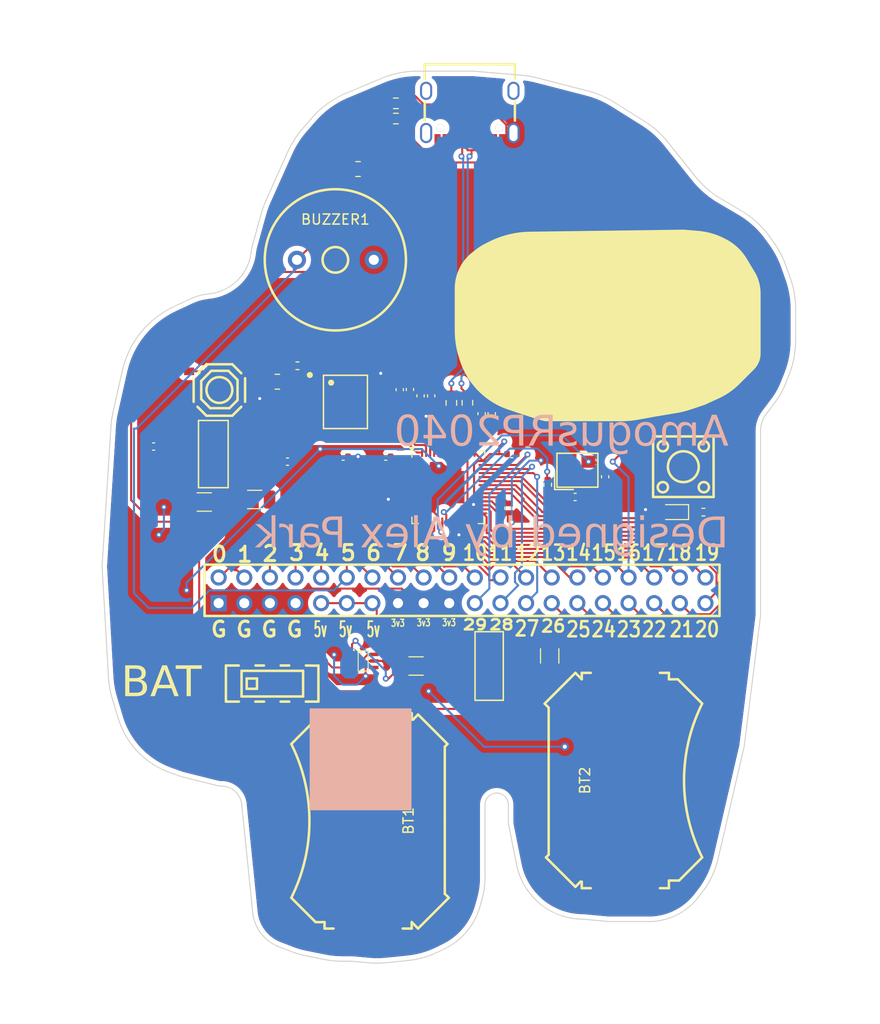
<source format=kicad_pcb>
(kicad_pcb (version 20240108) (generator "pcbnew") (generator_version "8.0")
  (layers (0 "F.Cu" signal) (31 "B.Cu" signal) (34 "B.Paste" user) (35 "F.Paste" user) (36 "B.SilkS" user "B.Silkscreen") (37 "F.SilkS" user "F.Silkscreen") (38 "B.Mask" user) (39 "F.Mask" user) (44 "Edge.Cuts" user))
  (net 0 "")
  (net 1 "Net-(BT1-Pad2)")
  (net 2 "Net-(BT1-Pad1)")
  (net 3 "GND")
  (net 4 "GP5")
  (net 5 "VBUS")
  (net 6 "+3V3")
  (net 7 "+1V1")
  (net 8 "Net-(C17-Pad1)")
  (net 9 "Net-(D1-K)")
  (net 10 "D-")
  (net 11 "D+")
  (net 12 "QSPI_SS")
  (net 13 "Net-(SW2-C)")
  (net 16 "GP16")
  (net 17 "QSPI_SD3")
  (net 18 "QSPI_SD0")
  (net 19 "QSPI_SD2")
  (net 20 "QSPI_SD1")
  (net 21 "QSPI_SCLK")
  (net 23 "GP1")
  (net 24 "GP24")
  (net 25 "GP25")
  (net 26 "GP9")
  (net 27 "GP29")
  (net 28 "Net-(U5-XIN)")
  (net 30 "GP13")
  (net 32 "GP28")
  (net 33 "GP27")
  (net 34 "GP0")
  (net 36 "GP6")
  (net 37 "GP10")
  (net 38 "GP4")
  (net 39 "GP2")
  (net 40 "GP8")
  (net 41 "GP18")
  (net 42 "GP21")
  (net 43 "GP17")
  (net 44 "GP7")
  (net 45 "GP14")
  (net 46 "GP22")
  (net 47 "GP12")
  (net 48 "GP3")
  (net 49 "GP20")
  (net 50 "GP11")
  (net 51 "GP15")
  (net 52 "GP19")
  (net 53 "GP23")
  (net 54 "GP26")
  (net 55 "Net-(U5-XOUT)")
  (net 56 "Net-(USBC1-CC1)")
  (net 57 "Net-(USBC1-CC2)")
  (net 60 "Net-(U8-VIN)")
  (net 61 "Net-(U4-VIN)")
  (net 62 "Net-(U5-USB_DP)")
  (net 63 "Net-(U5-USB_DM)")
  (footprint "easyeda2kicad:BAT-SMD_MY-2032-12" (layer "F.Cu") (at 142 130.1 -90)
    (property "Reference" "BT1")
    (property "Value" "MY-2032-12")
  )
  (footprint "Resistor_SMD:R_0805_2012Metric" (layer "F.Cu") (at 133 86.58)
    (property "Reference" "R5" (hide yes))
    (property "Value" "10k")
  )
  (footprint "Capacitor_SMD:C_0402_1005Metric" (layer "F.Cu") (at 153.25 89.75 90)
    (property "Reference" "C7" (hide yes))
    (property "Value" "100nF")
  )
  (footprint "Resistor_SMD:R_0603_1608Metric" (layer "F.Cu") (at 144.75 58.99 180)
    (property "Reference" "R3" (hide yes))
    (property "Value" "5.1k")
  )
  (footprint "Resistor_SMD:R_0402_1005Metric" (layer "F.Cu") (at 175.24 99.5)
    (property "Reference" "R6" (hide yes))
    (property "Value" "1k")
  )
  (footprint "Capacitor_SMD:C_1206_3216Metric" (layer "F.Cu") (at 160 113.75 -90)
    (property "Reference" "C2" (hide yes))
    (property "Value" "10uF")
  )
  (footprint "LED_SMD:LED_0603_1608Metric" (layer "F.Cu") (at 172.2875 99.5 180)
    (property "Reference" "D1" (hide yes))
    (property "Value" "LED_Filled")
  )
  (footprint "Capacitor_SMD:C_0402_1005Metric" (layer "F.Cu") (at 154.25 89.75 90)
    (property "Reference" "C16" (hide yes))
    (property "Value" "1uF")
  )
  (footprint "easyeda2kicad:SOT-223_L6.5-W3.5-P2.30-LS7.0-BR" (layer "F.Cu") (at 154 114.75)
    (property "Reference" "U8" (hide yes))
    (property "Value" "AMS1117-5.0")
  )
  (footprint "Resistor_SMD:R_0603_1608Metric" (layer "F.Cu") (at 144.75 60.5)
    (property "Reference" "R9" (hide yes))
    (property "Value" "5.1k")
  )
  (footprint "Capacitor_SMD:C_0402_1005Metric" (layer "F.Cu") (at 143.75 94 180)
    (property "Reference" "C13" (hide yes))
    (property "Value" "100nF")
  )
  (footprint "Resistor_SMD:R_0805_2012Metric" (layer "F.Cu") (at 141 65.5)
    (property "Reference" "R8" (hide yes))
    (property "Value" "10k")
  )
  (footprint "easyeda2kicad:SOT-223-3_L6.5-W3.4-P2.30-LS7.0-BR" (layer "F.Cu") (at 126.75 93.75)
    (property "Reference" "U9" (hide yes))
    (property "Value" "AMS1117-3.3")
  )
  (footprint "Capacitor_SMD:C_0402_1005Metric" (layer "F.Cu") (at 146.147187 87.345253 90)
    (property "Reference" "C8" (hide yes))
    (property "Value" "1uF")
  )
  (footprint "Resistor_SMD:R_0603_1608Metric" (layer "F.Cu") (at 150.25 88.675 -90)
    (property "Reference" "R1" (hide yes))
    (property "Value" "27.4")
  )
  (footprint "Resistor_SMD:R_0603_1608Metric" (layer "F.Cu") (at 151.841865 88.66487 -90)
    (property "Reference" "R2" (hide yes))
    (property "Value" "27.4")
  )
  (footprint "Capacitor_SMD:C_1206_3216Metric" (layer "F.Cu") (at 146.75 114.75)
    (property "Reference" "C5" (hide yes))
    (property "Value" "10uF")
  )
  (footprint "Capacitor_SMD:C_1206_3216Metric" (layer "F.Cu") (at 125.75 98.5 180)
    (property "Reference" "C1" (hide yes))
    (property "Value" "10uF")
  )
  (footprint "Capacitor_SMD:C_0402_1005Metric" (layer "F.Cu") (at 147.194541 87.981664 90)
    (property "Reference" "C11" (hide yes))
    (property "Value" "100nF")
  )
  (footprint "Capacitor_SMD:C_0402_1005Metric" (layer "F.Cu") (at 139.52 94 180)
    (property "Reference" "C15" (hide yes))
    (property "Value" "100nF")
  )
  (footprint "Resistor_SMD:R_0402_1005Metric" (layer "F.Cu") (at 159.802222 96.790698 90)
    (property "Reference" "R4" (hide yes))
    (property "Value" "1k")
  )
  (footprint "Capacitor_SMD:C_0402_1005Metric" (layer "F.Cu") (at 165.5 96 -90)
    (property "Reference" "C18" (hide yes))
    (property "Value" "15pF")
  )
  (footprint "Capacitor_SMD:C_0402_1005Metric" (layer "F.Cu") (at 156.25 93.75)
    (property "Reference" "C9" (hide yes))
    (property "Value" "100nF")
  )
  (footprint "Capacitor_SMD:C_0402_1005Metric" (layer "F.Cu") (at 145.13436 87.363551 90)
    (property "Reference" "C6" (hide yes))
    (property "Value" "100nF")
  )
  (footprint "easyeda2kicad:BUZ-TH_BD14.0-P7.60-D0.7" (layer "F.Cu") (at 138.75 74.5)
    (property "Reference" "BUZZER1")
    (property "Value" "SFN-1407PA7.6")
  )
  (footprint "Resistor_SMD:R_0402_1005Metric" (layer "F.Cu") (at 134.99 85)
    (property "Reference" "R7" (hide yes))
    (property "Value" "1k")
  )
  (footprint "Capacitor_SMD:C_0402_1005Metric" (layer "F.Cu") (at 155.920582 99.118615 -90)
    (property "Reference" "C10" (hide yes))
    (property "Value" "100nF")
  )
  (footprint "Capacitor_SMD:C_0402_1005Metric" (layer "F.Cu") (at 120.73 93 180)
    (property "Reference" "C14" (hide yes))
    (property "Value" "100nF")
  )
  (footprint "Capacitor_SMD:C_0402_1005Metric" (layer "F.Cu") (at 148.25 87.98 90)
    (property "Reference" "C12" (hide yes))
    (property "Value" "100nF")
  )
  (footprint "easyeda2kicad:HDR-TH_40P-P2.54-V-F-R2-C20-S2.54" (layer "F.Cu") (at 151.31 107.25)
    (property "Reference" "U7" (hide yes))
    (property "Value" "2.54-2*20")
  )
  (footprint "easyeda2kicad:SW-SMD_MST22D18G2" (layer "F.Cu") (at 132.5 116.5)
    (property "Reference" "SW1" (hide yes))
    (property "Value" "MST22D18G2 125")
  )
  (footprint "easyeda2kicad:BAT-SMD_MY-2032-12" (layer "F.Cu") (at 167.5 126.1 90)
    (property "Reference" "BT2")
    (property "Value" "MY-2032-12")
  )
  (footprint "Capacitor_SMD:C_0402_1005Metric" (layer "F.Cu") (at 134 94.5)
    (property "Reference" "C3" (hide yes))
    (property "Value" "100nF")
  )
  (footprint "easyeda2kicad:CRYSTAL-SMD_4P-L3.2-W2.5-BL" (layer "F.Cu") (at 162.75 95.35)
    (property "Reference" "U6" (hide yes))
    (property "Value" "ABM8-272-T3_C20625731")
  )
  (footprint "easyeda2kicad:SW-SMD_4P-L5.1-W5.1-P3.70-LS6.5-TL_H1.5" (layer "F.Cu") (at 127.25 87.4 180)
    (property "Reference" "SW2" (hide yes))
    (property "Value" "TS-1187A-B-A-B")
  )
  (footprint "easyeda2kicad:SW-SMD_4P-L6.0-W6.0-P4.50-LS9.0-2" (layer "F.Cu") (at 173.25 95)
    (property "Reference" "SW3" (hide yes))
    (property "Value" "KH-6X6X5H-STM")
  )
  (footprint "easyeda2kicad:USB-C_SMD-TYPE-C-31-M-12" (layer "F.Cu") (at 152.08 60.22 180)
    (property "Reference" "USBC1" (hide yes))
    (property "Value" "TYPE-C-31-M-12")
  )
  (footprint "easyeda2kicad:SOIC-8_L5.3-W5.3-P1.27-LS8.0-BL" (layer "F.Cu") (at 139.75 88.58 -90)
    (property "Reference" "U1" (hide yes))
    (property "Value" "W25Q32JVSSIQ")
  )
  (footprint "Capacitor_SMD:C_0402_1005Metric" (layer "F.Cu") (at 162.52 98)
    (property "Reference" "C17" (hide yes))
    (property "Value" "15pF")
  )
  (footprint "easyeda2kicad:SC-70-6_L2.0-W1.3-P0.65-LS2.1-BL" (layer "F.Cu") (at 141.5 114.25 -90)
    (property "Reference" "U4" (hide yes))
    (property "Value" "LM66100DCKR")
  )
  (footprint "Capacitor_SMD:C_1206_3216Metric" (layer "F.Cu") (at 130.75 98.25 180)
    (property "Reference" "C4" (hide yes))
    (property "Value" "10uF")
  )
  (footprint "Package_DFN_QFN:QFN-56-1EP_7x7mm_P0.4mm_EP3.2x3.2mm" (layer "F.Cu") (at 149.95 97.03)
    (property "Reference" "U5" (hide yes))
    (property "Value" "RP2040")
  )
  (gr_rect (start 136.25 119) (end 146.25 129) (stroke (width 0.1)) (fill solid) (layer "B.SilkS"))
  (gr_poly (pts (xy 174.720982 71.628649) (xy 174.885602 71.644345) (xy 175.049638 71.663939) (xy 175.213021 71.687413) (xy 175.375685 71.714746) (xy 175.537562 71.745922) (xy 175.698585 71.78092) (xy 175.858687 71.819722) (xy 176.0178 71.862309) (xy 176.175857 71.908662) (xy 176.332791 71.958762) (xy 176.488534 72.01259) (xy 176.64302 72.070127) (xy 176.79618 72.131355) (xy 176.947949 72.196255) (xy 177.098257 72.264807) (xy 177.247039 72.336992) (xy 177.412567 72.419762) (xy 177.534291 72.482647) (xy 177.654253 72.548688) (xy 177.772391 72.617848) (xy 177.888646 72.690086) (xy 178.002956 72.765365) (xy 178.11526 72.843647) (xy 178.225498 72.924892) (xy 178.33361 73.009062) (xy 178.423061 73.082274) (xy 178.510784 73.157393) (xy 178.59675 73.234389) (xy 178.680931 73.313228) (xy 178.763299 73.393878) (xy 178.843827 73.476308) (xy 178.922486 73.560484) (xy 178.999247 73.646376) (xy 179.074084 73.73395) (xy 179.146967 73.823175) (xy 179.217869 73.914018) (xy 179.286762 74.006447) (xy 179.353617 74.100431) (xy 179.418407 74.195936) (xy 179.481103 74.292931) (xy 179.541678 74.391383) (xy 179.756379 74.749219) (xy 180.450911 75.906771) (xy 180.506288 76.021681) (xy 180.558226 76.137977) (xy 180.606707 76.255583) (xy 180.651712 76.37442) (xy 180.693222 76.49441) (xy 180.73122 76.615477) (xy 180.765686 76.737541) (xy 180.796603 76.860525) (xy 180.823951 76.984351) (xy 180.847713 77.108942) (xy 180.86787 77.234219) (xy 180.884403 77.360104) (xy 180.897294 77.48652) (xy 180.906525 77.613389) (xy 180.912078 77.740633) (xy 180.913932 77.868174) (xy 180.913932 83.778126) (xy 180.911185 83.888987) (xy 180.902993 83.999096) (xy 180.889432 84.108269) (xy 180.870578 84.216322) (xy 180.846508 84.323072) (xy 180.817296 84.428338) (xy 180.78302 84.531934) (xy 180.743754 84.633678) (xy 180.699576 84.733386) (xy 180.650559 84.830876) (xy 180.596782 84.925965) (xy 180.538318 85.018469) (xy 180.475245 85.108204) (xy 180.407639 85.194988) (xy 180.335574 85.278638) (xy 180.259128 85.35897) (xy 178.82066 86.797438) (xy 178.705832 86.909714) (xy 178.588614 87.019286) (xy 178.469057 87.126119) (xy 178.347209 87.23018) (xy 178.22312 87.331433) (xy 178.096841 87.429844) (xy 177.968422 87.525379) (xy 177.837911 87.618003) (xy 177.705359 87.707682) (xy 177.570815 87.794381) (xy 177.434329 87.878066) (xy 177.295952 87.958703) (xy 177.155733 88.036256) (xy 177.013721 88.110692) (xy 176.869966 88.181976) (xy 176.724519 88.250073) (xy 175.357682 88.871354) (xy 173.963388 89.336134) (xy 173.790813 89.391788) (xy 173.61723 89.444038) (xy 173.442689 89.492872) (xy 173.267241 89.538277) (xy 173.090935 89.58024) (xy 172.913822 89.618747) (xy 172.735953 89.653787) (xy 172.557378 89.685344) (xy 170.495964 90.028905) (xy 168.770886 90.342556) (xy 168.565583 90.377503) (xy 168.359664 90.407814) (xy 168.153195 90.433484) (xy 167.946241 90.454503) (xy 167.738868 90.470864) (xy 167.531142 90.482561) (xy 167.323129 90.489584) (xy 167.114893 90.491927) (xy 159.614974 90.491927) (xy 159.543036 90.48469) (xy 159.435465 90.463691) (xy 159.125093 90.384656) (xy 158.707198 90.263331) (xy 158.205122 90.108227) (xy 157.041788 89.730718) (xy 155.821815 89.320206) (xy 155.661111 89.263289) (xy 155.501961 89.202667) (xy 155.344416 89.138388) (xy 155.188525 89.070495) (xy 155.034337 88.999036) (xy 154.881901 88.924054) (xy 154.731267 88.845596) (xy 154.582485 88.763708) (xy 154.435603 88.678434) (xy 154.290672 88.58982) (xy 154.147739 88.497912) (xy 154.006856 88.402755) (xy 153.868071 88.304395) (xy 153.731433 88.202877) (xy 153.596993 88.098246) (xy 153.464798 87.990549) (xy 153.257598 87.811469) (xy 153.057433 87.625475) (xy 152.864448 87.432787) (xy 152.678788 87.233621) (xy 152.500601 87.028196) (xy 152.33003 86.81673) (xy 152.167223 86.599441) (xy 152.012325 86.376546) (xy 151.865481 86.148263) (xy 151.726837 85.914811) (xy 151.59654 85.676408) (xy 151.474734 85.43327) (xy 151.361566 85.185617) (xy 151.25718 84.933666) (xy 151.161724 84.677635) (xy 151.075342 84.417741) (xy 150.980997 84.115853) (xy 150.888871 83.800156) (xy 150.808855 83.481535) (xy 150.741003 83.160342) (xy 150.685369 82.836926) (xy 150.642005 82.511636) (xy 150.610964 82.184824) (xy 150.592301 81.856838) (xy 150.586068 81.528029) (xy 150.586068 77.331579) (xy 150.587768 77.207317) (xy 150.592861 77.083219) (xy 150.601341 76.959353) (xy 150.613199 76.835788) (xy 150.628428 76.712592) (xy 150.647021 76.589833) (xy 150.66897 76.467579) (xy 150.694267 76.3459) (xy 150.741378 76.153749) (xy 150.796608 75.96446) (xy 150.859812 75.778267) (xy 150.930842 75.595401) (xy 151.009552 75.416095) (xy 151.095794 75.240581) (xy 151.189421 75.06909) (xy 151.290288 74.901854) (xy 151.398246 74.739107) (xy 151.51315 74.581079) (xy 151.634851 74.428003) (xy 151.763205 74.280111) (xy 151.898063 74.137635) (xy 152.039278 74.000808) (xy 152.186705 73.86986) (xy 152.340195 73.745025) (xy 152.683196 73.478246) (xy 152.796327 73.392476) (xy 152.911487 73.309562) (xy 153.028622 73.229538) (xy 153.147677 73.152439) (xy 153.268598 73.0783) (xy 153.39133 73.007154) (xy 153.515817 72.939038) (xy 153.642006 72.873985) (xy 154.013714 72.688133) (xy 154.249263 72.574488) (xy 154.487589 72.467685) (xy 154.728543 72.36776) (xy 154.971973 72.27475) (xy 155.21773 72.188692) (xy 155.465663 72.109622) (xy 155.715623 72.037576) (xy 155.967458 71.972591) (xy 156.221018 71.914705) (xy 156.476154 71.863952) (xy 156.732714 71.820371) (xy 156.990549 71.783997) (xy 157.249508 71.754867) (xy 157.509442 71.733018) (xy 157.770199 71.718486) (xy 158.031629 71.711308) (xy 173.274088 71.508074)) (stroke (width 0) (color 0 102 255 1)) (fill solid) (layer "F.SilkS"))
  (gr_poly (pts (xy 157.203538 56.20033) (xy 157.398855 56.218692) (xy 157.593673 56.241179) (xy 157.787927 56.26778) (xy 157.981552 56.298484) (xy 158.174482 56.33328) (xy 158.366652 56.372157) (xy 158.557998 56.415104) (xy 158.748453 56.462108) (xy 163.780888 57.760836) (xy 164.122647 57.856026) (xy 164.460109 57.964106) (xy 164.792927 58.084922) (xy 165.120753 58.21832) (xy 165.44324 58.364147) (xy 165.76004 58.52225) (xy 166.070806 58.692475) (xy 166.37519 58.874669) (xy 169.382512 60.754293) (xy 169.54733 60.859756) (xy 169.709765 60.968593) (xy 169.869766 61.080759) (xy 170.027283 61.196212) (xy 170.182267 61.314907) (xy 170.334666 61.436802) (xy 170.484431 61.561853) (xy 170.631511 61.690017) (xy 170.775857 61.821251) (xy 170.917418 61.95551) (xy 171.056143 62.092753) (xy 171.191984 62.232935) (xy 171.324889 62.376013) (xy 171.454808 62.521944) (xy 171.581691 62.670684) (xy 171.705489 62.82219) (xy 174.452127 66.255443) (xy 174.565063 66.393806) (xy 174.680559 66.529879) (xy 174.798579 66.663629) (xy 174.919089 66.795021) (xy 175.042055 66.924023) (xy 175.167441 67.050601) (xy 175.295214 67.174721) (xy 175.425338 67.296349) (xy 175.557779 67.415451) (xy 175.692502 67.531995) (xy 175.829473 67.645946) (xy 175.968658 67.757272) (xy 176.110021 67.865937) (xy 176.253527 67.971909) (xy 176.399144 68.075153) (xy 176.546834 68.175637) (xy 176.739449 68.304172) (xy 178.978619 69.621419) (xy 179.186583 69.74743) (xy 179.390918 69.878694) (xy 179.591532 70.015125) (xy 179.788333 70.15664) (xy 179.981231 70.303155) (xy 180.170132 70.454586) (xy 180.354947 70.610848) (xy 180.535583 70.771858) (xy 180.711949 70.937532) (xy 180.883953 71.107785) (xy 181.051503 71.282534) (xy 181.214509 71.461695) (xy 181.372878 71.645183) (xy 181.52652 71.832915) (xy 181.675341 72.024806) (xy 181.819252 72.220772) (xy 182.229027 72.794826) (xy 182.413642 73.063031) (xy 182.588528 73.337298) (xy 182.753549 73.617362) (xy 182.908569 73.902955) (xy 183.053453 74.193812) (xy 183.188065 74.489666) (xy 183.312269 74.79025) (xy 183.42593 75.095298) (xy 183.851448 76.30031) (xy 183.914909 76.486533) (xy 183.974364 76.673915) (xy 184.029802 76.862391) (xy 184.081209 77.051895) (xy 184.128574 77.242361) (xy 184.171884 77.433725) (xy 184.211128 77.625921) (xy 184.246292 77.818885) (xy 184.277365 78.012549) (xy 184.304335 78.20685) (xy 184.327189 78.401722) (xy 184.345915 78.5971) (xy 184.360501 78.792918) (xy 184.370935 78.989111) (xy 184.377204 79.185613) (xy 184.379297 79.38236) (xy 184.379297 82.495018) (xy 184.376663 82.715764) (xy 184.368774 82.936165) (xy 184.355649 83.156132) (xy 184.337307 83.375571) (xy 184.313767 83.594391) (xy 184.285048 83.812499) (xy 184.251168 84.029804) (xy 184.212148 84.246214) (xy 184.168005 84.461638) (xy 184.118759 84.675982) (xy 184.064429 84.889155) (xy 184.005033 85.101066) (xy 183.940592 85.311622) (xy 183.871123 85.520732) (xy 183.796645 85.728303) (xy 183.717179 85.934244) (xy 183.356483 86.835142) (xy 183.261632 87.06147) (xy 183.159462 87.284377) (xy 183.050074 87.503688) (xy 182.933573 87.719229) (xy 182.81006 87.930827) (xy 182.679641 88.138307) (xy 182.542416 88.341496) (xy 182.39849 88.540218) (xy 181.462261 89.788337) (xy 181.396581 89.879702) (xy 181.334829 89.973375) (xy 181.277048 90.069229) (xy 181.223279 90.167134) (xy 181.173567 90.266962) (xy 181.127953 90.368584) (xy 181.086481 90.471873) (xy 181.049192 90.576698) (xy 181.016131 90.682932) (xy 180.987339 90.790447) (xy 180.962859 90.899112) (xy 180.942734 91.008801) (xy 180.927007 91.119383) (xy 180.915721 91.230732) (xy 180.908918 91.342717) (xy 180.90664 91.455211) (xy 180.90664 109.744535) (xy 179.286063 122.709118) (xy 176.712132 133.797536) (xy 176.655243 134.028427) (xy 176.592267 134.257424) (xy 176.523259 134.484412) (xy 176.448273 134.709276) (xy 176.367365 134.931902) (xy 176.280589 135.152175) (xy 176.188001 135.36998) (xy 176.089655 135.585203) (xy 175.985607 135.79773) (xy 175.875911 136.007445) (xy 175.760622 136.214234) (xy 175.639795 136.417982) (xy 175.513485 136.618575) (xy 175.381748 136.815898) (xy 175.244637 137.009837) (xy 175.102209 137.200277) (xy 174.761887 137.642463) (xy 174.661315 137.769742) (xy 174.557583 137.894221) (xy 174.450752 138.015844) (xy 174.340886 138.134558) (xy 174.228046 138.250306) (xy 174.112295 138.363034) (xy 173.993695 138.472687) (xy 173.872309 138.57921) (xy 173.748199 138.682547) (xy 173.621428 138.782645) (xy 173.492057 138.879448) (xy 173.36015 138.972901) (xy 173.225769 139.062949) (xy 173.088976 139.149537) (xy 172.949834 139.232611) (xy 172.808404 139.312114) (xy 172.635668 139.402832) (xy 172.460476 139.487958) (xy 172.282965 139.567455) (xy 172.103274 139.641288) (xy 171.92154 139.709421) (xy 171.737901 139.771818) (xy 171.552494 139.828443) (xy 171.365458 139.87926) (xy 171.176929 139.924234) (xy 170.987045 139.963327) (xy 170.795945 139.996505) (xy 170.603766 140.023731) (xy 170.410645 140.044969) (xy 170.216721 140.060184) (xy 170.02213 140.069339) (xy 169.827011 140.072399) (xy 165.858462 140.072399) (xy 163.311845 139.840885) (xy 163.031035 139.835044) (xy 162.751574 139.817598) (xy 162.473797 139.788663) (xy 162.198043 139.748353) (xy 161.924646 139.696784) (xy 161.653946 139.634071) (xy 161.386278 139.56033) (xy 161.121978 139.475676) (xy 160.861385 139.380224) (xy 160.604834 139.27409) (xy 160.352663 139.157389) (xy 160.105209 139.030236) (xy 159.862807 138.892746) (xy 159.625796 138.745035) (xy 159.394511 138.587218) (xy 159.16929 138.41941) (xy 158.91315 138.220314) (xy 158.542547 137.849898) (xy 158.418482 137.722437) (xy 158.298019 137.591875) (xy 158.181209 137.458291) (xy 158.068103 137.321763) (xy 157.958753 137.182371) (xy 157.853209 137.040193) (xy 157.751522 136.895307) (xy 157.653745 136.747792) (xy 157.559927 136.597727) (xy 157.47012 136.44519) (xy 157.384375 136.290261) (xy 157.302744 136.133017) (xy 157.225277 135.973538) (xy 157.152025 135.811902) (xy 157.08304 135.648188) (xy 157.018373 135.482474) (xy 156.972528 135.356467) (xy 156.929247 135.229555) (xy 156.888544 135.101785) (xy 156.850431 134.973207) (xy 156.81492 134.843869) (xy 156.782023 134.71382) (xy 156.751754 134.583108) (xy 156.724124 134.451783) (xy 155.956714 130.614739) (xy 155.944271 130.548283) (xy 155.933478 130.481589) (xy 155.924336 130.414678) (xy 155.916849 130.347572) (xy 155.91102 130.280293) (xy 155.906853 130.212862) (xy 155.90435 130.1453) (xy 155.903515 130.077631) (xy 155.903515 128.496874) (xy 155.902009 128.437295) (xy 155.897538 128.378499) (xy 155.890177 128.32056) (xy 155.879997 128.26355) (xy 155.867072 128.20754) (xy 155.851473 128.152605) (xy 155.833274 128.098817) (xy 155.812548 128.046248) (xy 155.789367 127.994971) (xy 155.763803 127.945059) (xy 155.735931 127.896584) (xy 155.705822 127.849619) (xy 155.673548 127.804237) (xy 155.639184 127.76051) (xy 155.602802 127.718512) (xy 155.564473 127.678313) (xy 155.524272 127.639989) (xy 155.482271 127.60361) (xy 155.438542 127.56925) (xy 155.393158 127.536981) (xy 155.346193 127.506876) (xy 155.297718 127.479008) (xy 155.247806 127.453448) (xy 155.196531 127.430271) (xy 155.143965 127.409549) (xy 155.090181 127.391354) (xy 155.03525 127.375758) (xy 154.979247 127.362836) (xy 154.922244 127.352658) (xy 154.864314 127.345299) (xy 154.805529 127.34083) (xy 154.745962 127.339324) (xy 154.686395 127.34083) (xy 154.627609 127.345299) (xy 154.569679 127.352658) (xy 154.512676 127.362836) (xy 154.456673 127.375758) (xy 154.401743 127.391354) (xy 154.347958 127.409549) (xy 154.295392 127.430271) (xy 154.244117 127.453448) (xy 154.194205 127.479008) (xy 154.145731 127.506876) (xy 154.098765 127.536981) (xy 154.053381 127.56925) (xy 154.009653 127.60361) (xy 153.967651 127.639989) (xy 153.92745 127.678313) (xy 153.889122 127.718512) (xy 153.852739 127.76051) (xy 153.818375 127.804237) (xy 153.786102 127.849619) (xy 153.755992 127.896584) (xy 153.72812 127.945059) (xy 153.702557 127.994971) (xy 153.679375 128.046248) (xy 153.658649 128.098817) (xy 153.64045 128.152605) (xy 153.624852 128.20754) (xy 153.611926 128.26355) (xy 153.601746 128.32056) (xy 153.594385 128.378499) (xy 153.589915 128.437295) (xy 153.588408 128.496874) (xy 153.588408 135.665362) (xy 153.58336 135.955132) (xy 153.568238 136.244333) (xy 153.543081 136.532699) (xy 153.507924 136.819963) (xy 153.462805 137.10586) (xy 153.407761 137.390123) (xy 153.342828 137.672487) (xy 153.268044 137.952684) (xy 153.077559 138.619435) (xy 153.023847 138.797838) (xy 152.965224 138.974429) (xy 152.901743 139.14911) (xy 152.833455 139.321782) (xy 152.760415 139.49235) (xy 152.682675 139.660714) (xy 152.600287 139.826778) (xy 152.513305 139.990443) (xy 152.42178 140.151612) (xy 152.325765 140.310187) (xy 152.225314 140.466071) (xy 152.120479 140.619166) (xy 152.011312 140.769375) (xy 151.897867 140.916599) (xy 151.780196 141.060741) (xy 151.658351 141.201704) (xy 151.551964 141.318612) (xy 151.442933 141.432823) (xy 151.331311 141.544298) (xy 151.217152 141.652998) (xy 151.100507 141.758884) (xy 150.981431 141.861919) (xy 150.859976 141.962063) (xy 150.736195 142.059278) (xy 150.610141 142.153524) (xy 150.481867 142.244764) (xy 150.351426 142.332959) (xy 150.21887 142.418069) (xy 150.084254 142.500057) (xy 149.94763 142.578884) (xy 149.809051 142.654511) (xy 149.668569 142.726899) (xy 149.093359 143.014435) (xy 148.903454 143.106684) (xy 148.711671 143.194504) (xy 148.518087 143.277872) (xy 148.322782 143.356764) (xy 148.125834 143.431159) (xy 147.927321 143.501032) (xy 147.727323 143.566361) (xy 147.525917 143.627122) (xy 147.323184 143.683293) (xy 147.119201 143.734851) (xy 146.914047 143.781773) (xy 146.7078 143.824034) (xy 146.50054 143.861614) (xy 146.292345 143.894487) (xy 146.083294 143.922632) (xy 145.873465 143.946026) (xy 143.818485 144.151611) (xy 143.598916 144.170883) (xy 143.379042 144.18494) (xy 143.158956 144.193778) (xy 142.938752 144.197391) (xy 142.718524 144.195773) (xy 142.498367 144.188919) (xy 142.278373 144.176824) (xy 142.058637 144.159482) (xy 140.392317 144.008076) (xy 139.457201 144.008076) (xy 139.22861 144.005257) (xy 139.00026 143.996804) (xy 138.772256 143.982731) (xy 138.544701 143.963046) (xy 138.317703 143.937762) (xy 138.091365 143.906889) (xy 137.865794 143.870438) (xy 137.641094 143.828419) (xy 135.789473 143.458004) (xy 135.60976 143.420003) (xy 135.43095 143.378236) (xy 135.253104 143.332714) (xy 135.076282 143.283448) (xy 134.900546 143.230448) (xy 134.725955 143.173725) (xy 134.552571 143.113291) (xy 134.380454 143.049156) (xy 133.156876 142.578725) (xy 133.023341 142.524608) (xy 132.892074 142.465969) (xy 132.763183 142.402886) (xy 132.63677 142.335438) (xy 132.512942 142.263703) (xy 132.391804 142.18776) (xy 132.273461 142.107688) (xy 132.158019 142.023566) (xy 132.045581 141.935472) (xy 131.936255 141.843484) (xy 131.830144 141.747682) (xy 131.727355 141.648144) (xy 131.627991 141.544949) (xy 131.53216 141.438175) (xy 131.439964 141.327902) (xy 131.351511 141.214207) (xy 131.269777 141.101283) (xy 131.192092 140.985876) (xy 131.118497 140.868098) (xy 131.049037 140.74806) (xy 130.983754 140.625873) (xy 130.922692 140.501649) (xy 130.865895 140.375499) (xy 130.813406 140.247534) (xy 130.765268 140.117865) (xy 130.721524 139.986603) (xy 130.682218 139.85386) (xy 130.647393 139.719747) (xy 130.617093 139.584375) (xy 130.59136 139.447855) (xy 130.570239 139.310299) (xy 130.553772 139.171818) (xy 129.46535 128.469096) (xy 129.453241 128.372692) (xy 129.436747 128.27784) (xy 129.415978 128.184641) (xy 129.391044 128.093192) (xy 129.362053 128.003593) (xy 129.329114 127.915943) (xy 129.292339 127.83034) (xy 129.251836 127.746883) (xy 129.207714 127.665671) (xy 129.160083 127.586803) (xy 129.109053 127.510378) (xy 129.054733 127.436494) (xy 128.997232 127.365251) (xy 128.936661 127.296748) (xy 128.873128 127.231082) (xy 128.806743 127.168353) (xy 128.737616 127.108661) (xy 128.665856 127.052103) (xy 128.591572 126.998779) (xy 128.514874 126.948787) (xy 128.435872 126.902226) (xy 128.354675 126.859195) (xy 128.271392 126.819794) (xy 128.186134 126.78412) (xy 128.099009 126.752273) (xy 128.010127 126.724352) (xy 127.919597 126.700455) (xy 127.82753 126.680681) (xy 127.734034 126.665129) (xy 127.639219 126.653898) (xy 127.543194 126.647087) (xy 127.446069 126.644795) (xy 127.383877 126.643841) (xy 127.321788 126.640981) (xy 127.259846 126.636223) (xy 127.198093 126.62957) (xy 127.136572 126.62103) (xy 127.075326 126.610608) (xy 127.014399 126.598309) (xy 126.953832 126.58414) (xy 123.492057 125.718753) (xy 122.343163 125.308516) (xy 122.088027 125.212627) (xy 121.836672 125.108573) (xy 121.58928 124.99648) (xy 121.34603 124.876475) (xy 121.107105 124.748682) (xy 120.872682 124.61323) (xy 120.642944 124.470244) (xy 120.41807 124.31985) (xy 120.198241 124.162174) (xy 119.983637 123.997342) (xy 119.774439 123.825482) (xy 119.570827 123.646718) (xy 119.37298 123.461177) (xy 119.181081 123.268986) (xy 118.995308 123.07027) (xy 118.815843 122.865156) (xy 118.680569 122.701072) (xy 118.549714 122.533749) (xy 118.42333 122.36328) (xy 118.301465 122.189759) (xy 118.18417 122.013277) (xy 118.071495 121.833929) (xy 117.963489 121.651807) (xy 117.860203 121.467004) (xy 117.761687 121.279613) (xy 117.667991 121.089726) (xy 117.579164 120.897437) (xy 117.495256 120.702839) (xy 117.416319 120.506025) (xy 117.342401 120.307087) (xy 117.273552 120.106118) (xy 117.209823 119.903212) (xy 116.627764 117.963155) (xy 116.553735 117.702583) (xy 116.487397 117.440138) (xy 116.428782 117.175989) (xy 116.377919 116.910304) (xy 116.334838 116.643251) (xy 116.29957 116.374999) (xy 116.272145 116.105716) (xy 116.252593 115.835569) (xy 115.620703 104.882815) (xy 116.500318 91.028863) (xy 116.513705 90.8465) (xy 116.530684 90.664494) (xy 116.551248 90.482896) (xy 116.575389 90.301758) (xy 116.6031 90.121132) (xy 116.634373 89.941071) (xy 116.669201 89.761626) (xy 116.707575 89.582849) (xy 117.629765 85.484234) (xy 117.762762 84.963946) (xy 117.924621 84.45526) (xy 118.114526 83.959185) (xy 118.331664 83.476733) (xy 118.575218 83.008914) (xy 118.844373 82.556739) (xy 119.138314 82.121218) (xy 119.456227 81.703363) (xy 119.797294 81.304183) (xy 120.160703 80.92469) (xy 120.545636 80.565894) (xy 120.95128 80.228806) (xy 121.376818 79.914436) (xy 121.821437 79.623795) (xy 122.284319 79.357895) (xy 122.764651 79.117744) (xy 124.396429 78.36015) (xy 124.575873 78.280794) (xy 124.757923 78.208132) (xy 124.94239 78.142222) (xy 125.129084 78.083119) (xy 125.317817 78.030881) (xy 125.508398 77.985565) (xy 125.700638 77.947229) (xy 125.894348 77.915928) (xy 126.408486 77.842493) (xy 126.604163 77.810332) (xy 126.796944 77.770274) (xy 126.986658 77.722492) (xy 127.173138 77.66716) (xy 127.356215 77.60445) (xy 127.535718 77.534536) (xy 127.71148 77.457591) (xy 127.883332 77.373788) (xy 128.051104 77.283301) (xy 128.214628 77.186303) (xy 128.373734 77.082967) (xy 128.528253 76.973466) (xy 128.678017 76.857974) (xy 128.822856 76.736664) (xy 128.962602 76.609708) (xy 129.097086 76.477282) (xy 129.226138 76.339557) (xy 129.34959 76.196706) (xy 129.467272 76.048904) (xy 129.579016 75.896324) (xy 129.684652 75.739138) (xy 129.784012 75.577519) (xy 129.876927 75.411642) (xy 129.963227 75.24168) (xy 130.042744 75.067804) (xy 130.115308 74.89019) (xy 130.180752 74.70901) (xy 130.238905 74.524438) (xy 130.289598 74.336645) (xy 130.332664 74.145807) (xy 130.367932 73.952096) (xy 130.395234 73.755686) (xy 130.406613 73.666369) (xy 130.419702 73.577311) (xy 130.434497 73.488538) (xy 130.450994 73.400074) (xy 130.469187 73.311945) (xy 130.489074 73.224174) (xy 130.510649 73.136788) (xy 130.533909 73.04981) (xy 131.408093 69.902797) (xy 131.456299 69.735368) (xy 131.507633 69.568917) (xy 131.56208 69.403488) (xy 131.619624 69.239126) (xy 131.680249 69.075875) (xy 131.743942 68.91378) (xy 131.810686 68.752885) (xy 131.880467 68.593235) (xy 134.037078 63.782357) (xy 134.183887 63.470525) (xy 134.342031 63.164686) (xy 134.511318 62.86514) (xy 134.691552 62.572188) (xy 134.882541 62.286131) (xy 135.08409 62.007271) (xy 135.296007 61.735909) (xy 135.518097 61.472346) (xy 136.434323 60.42527) (xy 136.611117 60.228936) (xy 136.793177 60.037995) (xy 136.980372 59.852542) (xy 137.172572 59.672668) (xy 137.369649 59.498467) (xy 137.571472 59.330033) (xy 137.777912 59.167458) (xy 137.988839 59.010837) (xy 138.204124 58.860262) (xy 138.423637 58.715827) (xy 138.647249 58.577625) (xy 138.874829 58.445749) (xy 139.106248 58.320292) (xy 139.341377 58.201349) (xy 139.580086 58.089011) (xy 139.822245 57.983373) (xy 143.304393 56.523121) (xy 143.517992 56.436656) (xy 143.733441 56.355618) (xy 143.950634 56.280028) (xy 144.169469 56.209906) (xy 144.389841 56.145274) (xy 144.611646 56.086152) (xy 144.83478 56.032562) (xy 145.059139 55.984523) (xy 145.284619 55.942058) (xy 145.511116 55.905187) (xy 145.738526 55.873931) (xy 145.966745 55.848311) (xy 146.195668 55.828348) (xy 146.425193 55.814063) (xy 146.655214 55.805476) (xy 146.885628 55.802609) (xy 152.430859 55.802609)) (stroke (width 0.1) (color 0 102 255 1)) (fill none) (layer "Edge.Cuts"))
  (gr_text "AmogusRP2040\n\nDesigned by Alex Park" (at 177.75 103.5 0) (layer "B.SilkS") (effects (font (size 3 3) (thickness 0.1)) (justify left bottom mirror)))
  (gr_text "1" (at 128.867704 104.575506 0) (layer "F.SilkS") (effects (font (size 1.5 1.5) (thickness 0.3) (bold yes)) (justify left bottom)))
  (gr_text "G" (at 133.75 112 0) (layer "F.SilkS") (effects (font (size 1.5 1.5) (thickness 0.3) (bold yes)) (justify left bottom)))
  (gr_text "G" (at 131.25 112 0) (layer "F.SilkS") (effects (font (size 1.5 1.5) (thickness 0.3) (bold yes)) (justify left bottom)))
  (gr_text "0" (at 126.346252 104.560745 0) (layer "F.SilkS") (effects (font (size 1.5 1.5) (thickness 0.3) (bold yes)) (justify left bottom)))
  (gr_text "5v\n" (at 139 112 0) (layer "F.SilkS") (effects (font (size 1.5 0.75) (thickness 0.1875) (bold yes)) (justify left bottom)))
  (gr_text "2" (at 131.382296 104.5 0) (layer "F.SilkS") (effects (font (size 1.5 1.5) (thickness 0.3) (bold yes)) (justify left bottom)))
  (gr_text "25" (at 161.5 112 0) (layer "F.SilkS") (effects (font (size 1.5 1.25) (thickness 0.25) (bold yes)) (justify left bottom)))
  (gr_text "20" (at 174.25 112 0) (layer "F.SilkS") (effects (font (size 1.5 1.25) (thickness 0.25) (bold yes)) (justify left bottom)))
  (gr_text "10" (at 151.25 104.412753 0) (layer "F.SilkS") (effects (font (size 1.5 1.25) (thickness 0.25) (bold yes)) (justify left bottom)))
  (gr_text "16" (at 166.5 104.412753 0) (layer "F.SilkS") (effects (font (size 1.5 1.25) (thickness 0.25) (bold yes)) (justify left bottom)))
  (gr_text "5v\n" (at 141.75 112 0) (layer "F.SilkS") (effects (font (size 1.5 0.75) (thickness 0.1875) (bold yes)) (justify left bottom)))
  (gr_text "7" (at 144.25 104.412753 0) (layer "F.SilkS") (effects (font (size 1.5 1.5) (thickness 0.3) (bold yes)) (justify left bottom)))
  (gr_text "27" (at 156.386651 111.915595 0) (layer "F.SilkS") (effects (font (size 1.5 1.25) (thickness 0.25) (bold yes)) (justify left bottom)))
  (gr_text "G" (at 128.75 112 0) (layer "F.SilkS") (effects (font (size 1.5 1.5) (thickness 0.3) (bold yes)) (justify left bottom)))
  (gr_text "19" (at 174.25 104.412753 0) (layer "F.SilkS") (effects (font (size 1.5 1.25) (thickness 0.25) (bold yes)) (justify left bottom)))
  (gr_text "6" (at 141.632296 104.412753 0) (layer "F.SilkS") (effects (font (size 1.5 1.5) (thickness 0.3) (bold yes)) (justify left bottom)))
  (gr_text "14" (at 161.5 104.412753 0) (layer "F.SilkS") (effects (font (size 1.5 1.25) (thickness 0.25) (bold yes)) (justify left bottom)))
  (gr_text "3v3" (at 149.267395 110.856957 0) (layer "F.SilkS") (effects (font (size 0.7 0.5) (thickness 0.125) (bold yes)) (justify left bottom)))
  (gr_text "28" (at 153.876844 111.25 0) (layer "F.SilkS") (effects (font (size 1 1.25) (thickness 0.25) (bold yes)) (justify left bottom)))
  (gr_text "15" (at 164 104.412753 0) (layer "F.SilkS") (effects (font (size 1.5 1.25) (thickness 0.25) (bold yes)) (justify left bottom)))
  (gr_text "9" (at 149.117704 104.412753 0) (layer "F.SilkS") (effects (font (size 1.5 1.5) (thickness 0.3) (bold yes)) (justify left bottom)))
  (gr_text "5v\n" (at 136.5 112 0) (layer "F.SilkS") (effects (font (size 1.5 0.75) (thickness 0.1875) (bold yes)) (justify left bottom)))
  (gr_text "11" (at 153.75 104.412753 0) (layer "F.SilkS") (effects (font (size 1.5 1.25) (thickness 0.25) (bold yes)) (justify left bottom)))
  (gr_text "29\n" (at 151.25 111.25 0) (layer "F.SilkS") (effects (font (size 1 1.25) (thickness 0.25) (bold yes)) (justify left bottom)))
  (gr_text "24" (at 164 112 0) (layer "F.SilkS") (effects (font (size 1.5 1.25) (thickness 0.25) (bold yes)) (justify left bottom)))
  (gr_text "3" (at 134 104.412753 0) (layer "F.SilkS") (effects (font (size 1.5 1.5) (thickness 0.3) (bold yes)) (justify left bottom)))
  (gr_text "22" (at 169 112 0) (layer "F.SilkS") (effects (font (size 1.5 1.25) (thickness 0.25) (bold yes)) (justify left bottom)))
  (gr_text "26" (at 159 111.5 0) (layer "F.SilkS") (effects (font (size 1.2 1.25) (thickness 0.25) (bold yes)) (justify left bottom)))
  (gr_text "21" (at 171.75 112 0) (layer "F.SilkS") (effects (font (size 1.5 1.25) (thickness 0.25) (bold yes)) (justify left bottom)))
  (gr_text "3v3" (at 146.752752 110.866068 0) (layer "F.SilkS") (effects (font (size 0.7 0.5) (thickness 0.125) (bold yes)) (justify left bottom)))
  (gr_text "G" (at 126.25 112 0) (layer "F.SilkS") (effects (font (size 1.5 1.5) (thickness 0.3) (bold yes)) (justify left bottom)))
  (gr_text "8" (at 146.5 104.412753 0) (layer "F.SilkS") (effects (font (size 1.5 1.5) (thickness 0.3) (bold yes)) (justify left bottom)))
  (gr_text "18" (at 171.5 104.412753 0) (layer "F.SilkS") (effects (font (size 1.5 1.25) (thickness 0.25) (bold yes)) (justify left bottom)))
  (gr_text "5" (at 139.117704 104.412753 0) (layer "F.SilkS") (effects (font (size 1.5 1.5) (thickness 0.3) (bold yes)) (justify left bottom)))
  (gr_text "13" (at 159 104.412753 0) (layer "F.SilkS") (effects (font (size 1.5 1.25) (thickness 0.25) (bold yes)) (justify left bottom)))
  (gr_text "3v3" (at 144.201665 110.902512 0) (layer "F.SilkS") (effects (font (size 0.7 0.5) (thickness 0.125) (bold yes)) (justify left bottom)))
  (gr_text "17" (at 169 104.412753 0) (layer "F.SilkS") (effects (font (size 1.5 1.25) (thickness 0.25) (bold yes)) (justify left bottom)))
  (gr_text "BAT" (at 117.5 118.25 0) (layer "F.SilkS") (effects (font (size 3 3) (thickness 0.1)) (justify left bottom)))
  (gr_text "12\n" (at 156.5 104.412753 0) (layer "F.SilkS") (effects (font (size 1.5 1.25) (thickness 0.25) (bold yes)) (justify left bottom)))
  (gr_text "23" (at 166.5 112 0) (layer "F.SilkS") (effects (font (size 1.5 1.25) (thickness 0.25) (bold yes)) (justify left bottom)))
  (gr_text "4" (at 136.5 104.412753 0) (layer "F.SilkS") (effects (font (size 1.5 1.5) (thickness 0.3) (bold yes)) (justify left bottom)))
  (segment (start 146.999999 125.750001) (end 157.500001 125.750001) (width 0.2) (layer "F.Cu") (net 1))
  (segment (start 173.25 121.4) (end 167.25 115.4) (width 0.2) (layer "F.Cu") (net 1))
  (segment (start 168.55 136.8) (end 173.25 132.1) (width 0.2) (layer "F.Cu") (net 1))
  (segment (start 157.500001 125.750001) (end 168.55 136.8) (width 0.2) (layer "F.Cu") (net 1))
  (segment (start 173.25 132.1) (end 173.25 121.4) (width 0.2) (layer "F.Cu") (net 1))
  (segment (start 142 130.75) (end 146.999999 125.750001) (width 0.2) (layer "F.Cu") (net 1))
  (segment (start 136.7 136.8) (end 142 142.1) (width 0.2) (layer "F.Cu") (net 2))
  (segment (start 142 119.4) (end 136.7 124.7) (width 0.2) (layer "F.Cu") (net 2))
  (segment (start 132.5 113.65) (end 132.5 119.35) (width 0.2) (layer "F.Cu") (net 2))
  (segment (start 142 119.4) (end 140.75 120.65) (width 0.2) (layer "F.Cu") (net 2))
  (segment (start 133.8 120.65) (end 132.5 119.35) (width 0.2) (layer "F.Cu") (net 2))
  (segment (start 136.7 124.7) (end 136.7 136.8) (width 0.2) (layer "F.Cu") (net 2))
  (segment (start 140.75 120.65) (end 133.8 120.65) (width 0.2) (layer "F.Cu") (net 2))
  (segment (start 159.125 94.375) (end 160.125 94.375) (width 0.2) (layer "F.Cu") (net 3))
  (segment (start 148.225 111.225) (end 148.225 112.25) (width 0.2) (layer "F.Cu") (net 3))
  (segment (start 149.03 62.69) (end 148.73 62.69) (width 0.2) (layer "F.Cu") (net 3))
  (segment (start 155.705 61.129695) (end 153.675305 59.1) (width 0.2) (layer "F.Cu") (net 3))
  (segment (start 144.75 60.862648) (end 147.887352 64) (width 0.2) (layer "F.Cu") (net 3))
  (segment (start 122.25 98.5) (end 121.75 99) (width 0.2) (layer "F.Cu") (net 3))
  (segment (start 161.5 122.75) (end 164.15 122.75) (width 0.7) (layer "F.Cu") (net 3))
  (segment (start 148.73 63.52) (end 148.25 64) (width 0.2) (layer "F.Cu") (net 3))
  (segment (start 122.5225 106.15) (end 122.5225 106.45) (width 0.2) (layer "F.Cu") (net 3))
  (segment (start 131.025 100) (end 132.25 100) (width 0.2) (layer "F.Cu") (net 3))
  (segment (start 124.275 98.5) (end 122.25 98.5) (width 0.2) (layer "F.Cu") (net 3))
  (segment (start 122.5225 106.15) (end 123.15 106.15) (width 0.2) (layer "F.Cu") (net 3))
  (segment (start 134.8 108.52) (end 136.24 107.08) (width 0.2) (layer "F.Cu") (net 3))
  (segment (start 132.25 100) (end 133.75 98.5) (width 0.2) (layer "F.Cu") (net 3))
  (segment (start 160.25 94.5) (end 161.65 94.5) (width 0.2) (layer "F.Cu") (net 3))
  (segment (start 142.05 114.25) (end 142.6 114.25) (width 0.2) (layer "F.Cu") (net 3))
  (segment (start 129.275 98.25) (end 131.025 100) (width 0.2) (layer "F.Cu") (net 3))
  (segment (start 161.23 93.1) (end 161.23 94.08) (width 0.2) (layer "F.Cu") (net 3))
  (segment (start 148.95 100.4675) (end 148.95 99.93364) (width 0.2) (layer "F.Cu") (net 3))
  (segment (start 148.5 99.48364) (end 148.5 99.25) (width 0.2) (layer "F.Cu") (net 3))
  (segment (start 147.887352 64) (end 148.25 64) (width 0.2) (layer "F.Cu") (net 3))
  (segment (start 129.72 96.05) (end 129.72 97.805) (width 0.2) (layer "F.Cu") (net 3))
  (segment (start 147.5 59.1) (end 146.4 58) (width 0.2) (layer "F.Cu") (net 3))
  (segment (start 159.75 113.75) (end 153.75 113.75) (width 0.2) (layer "F.Cu") (net 3))
  (segment (start 160 115.225) (end 160 114) (width 0.2) (layer "F.Cu") (net 3))
  (segment (start 141.75 115.75) (end 141.75 114.55) (width 0.2) (layer "F.Cu") (net 3))
  (segment (start 153.5 113.5) (end 153.5 112.5) (width 0.2) (layer "F.Cu") (net 3))
  (segment (start 155.13 62.69) (end 155.43 62.69) (width 0.2) (layer "F.Cu") (net 3))
  (segment (start 164.75 98) (end 163 98) (width 0.2) (layer "F.Cu") (net 3))
  (segment (start 156.75 93.75) (end 157.75 92.75) (width 0.2) (layer "F.Cu") (net 3))
  (segment (start 144.75 58.627352) (end 144.75 60.862648) (width 0.2) (layer "F.Cu") (net 3))
  (segment (start 124 107) (end 124 107.25) (width 0.2) (layer "F.Cu") (net 3))
  (segment (start 127.18 108.52) (end 134.8 108.52) (width 0.2) (layer "F.Cu") (net 3))
  (segment (start 163.85 96.2) (end 163.85 97.1) (width 0.2) (layer "F.Cu") (net 3))
  (segment (start 155.43 64.18) (end 155.75 64.5) (width 0.2) (layer "F.Cu") (net 3))
  (segment (start 155.13 62.69) (end 155.705 62.115) (width 0.2) (layer "F.Cu") (net 3))
  (segment (start 145.377352 58) (end 144.75 58.627352) (width 0.2) (layer "F.Cu") (net 3))
  (segment (start 148.225 117.025) (end 148 117.25) (width 0.2) (layer "F.Cu") (net 3))
  (segment (start 146.4 109.4) (end 148.225 111.225) (width 0.2) (layer "F.Cu") (net 3))
  (segment (start 155.43 62.69) (end 155.43 64.18) (width 0.2) (layer "F.Cu") (net 3))
  (segment (start 136.24 107.08) (end 145.33 107.08) (width 0.2) (layer "F.Cu") (net 3))
  (segment (start 133.75 98.5) (end 133.75 98) (width 0.2) (layer "F.Cu") (net 3))
  (segment (start 153.675305 59.1) (end 147.5 59.1) (width 0.2) (layer "F.Cu") (net 3))
  (segment (start 123.15 106.15) (end 124 107) (width 0.2) (layer "F.Cu") (net 3))
  (segment (start 145.33 107.08) (end 146.4 108.15) (width 0.2) (layer "F.Cu") (net 3))
  (segment (start 153.75 113.75) (end 153.5 113.5) (width 0.2) (layer "F.Cu") (net 3))
  (segment (start 146.4 108.15) (end 146.4 109.4) (width 0.2) (layer "F.Cu") (net 3))
  (segment (start 149 95) (end 149 94.929998) (width 0.2) (layer "F.Cu") (net 3))
  (segment (start 139 114) (end 138.625 113.625) (width 0.2) (layer "F.Cu") (net 3))
  (segment (start 137.25 93.25) (end 138.25 93.25) (width 0.2) (layer "F.Cu") (net 3))
  (segment (start 146.4 58) (end 145.377352 58) (width 0.2) (layer "F.Cu") (net 3))
  (segment (start 140.4 114.25) (end 139.5 114.25) (width 0.2) (layer "F.Cu") (net 3))
  (segment (start 155.920582 100.170582) (end 156.25 100.5) (width 0.2) (layer "F.Cu") (net 3))
  (segment (start 148.73 62.69) (end 148.73 63.52) (width 0.2) (layer "F.Cu") (net 3))
  (segment (start 160.125 94.375) (end 160.25 94.5) (width 0.2) (layer "F.Cu") (net 3))
  (segment (start 155.705 62.115) (end 155.705 61.129695) (width 0.2) (layer "F.Cu") (net 3))
  (segment (start 160 114) (end 159.75 113.75) (width 0.2) (layer "F.Cu") (net 3))
  (segment (start 155.920582 99.598615) (end 155.920582 100.170582) (width 0.2) (layer "F.Cu") (net 3))
  (segment (start 139.5 114.25) (end 139.25 114) (width 0.2) (layer "F.Cu") (net 3))
  (segment (start 163.85 97.1) (end 164.75 98) (width 0.2) (layer "F.Cu") (net 3))
  (segment (start 130.25 89.25) (end 124.25 89.25) (width 0.2) (layer "F.Cu") (net 3))
  (segment (start 143.5 114.25) (end 143.75 114) (width 0.2) (layer "F.Cu") (net 3))
  (segment (start 148.95 99.93364) (end 148.5 99.48364) (width 0.2) (layer "F.Cu") (net 3))
  (segment (start 141.75 114.55) (end 142.05 114.25) (width 0.2) (layer "F.Cu") (net 3))
  (segment (start 139.25 114) (end 139 114) (width 0.2) (layer "F.Cu") (net 3))
  (segment (start 142.6 114.25) (end 143.5 114.25) (width 0.2) (layer "F.Cu") (net 3))
  (via (at 121.75 99) (size 0.6) (drill 0.3) (layers "F.Cu" "B.Cu") (net 3))
  (via (at 156.25 100.5) (size 0.6) (drill 0.3) (layers "F.Cu" "B.Cu") (net 3))
  (via (at 138.625 113.625) (size 0.6) (drill 0.3) (layers "F.Cu" "B.Cu") (net 3))
  (via (at 124 107.25) (size 0.6) (drill 0.3) (layers "F.Cu" "B.Cu") (net 3))
  (via (at 137.25 93.25) (size 0.6) (drill 0.3) (layers "F.Cu" "B.Cu") (net 3))
  (via (at 149 94.929998) (size 0.6) (drill 0.3) (layers "F.Cu" "B.Cu") (net 3))
  (via (at 121.25 101.75) (size 0.6) (drill 0.3) (layers "F.Cu" "B.Cu") (net 3))
  (via (at 161.5 122.75) (size 0.8) (drill 0.4) (layers "F.Cu" "B.Cu") (net 3))
  (via (at 141.75 115.75) (size 0.6) (drill 0.3) (layers "F.Cu" "B.Cu") (net 3))
  (via (at 148 117.25) (size 0.6) (drill 0.3) (layers "F.Cu" "B.Cu") (net 3))
  (via (at 159.125 94.375) (size 0.6) (drill 0.3) (layers "F.Cu" "B.Cu") (net 3))
  (segment (start 153.5 122.75) (end 161.5 122.75) (width 0.2) (layer "B.Cu") (net 3))
  (segment (start 121.75 101.25) (end 121.25 101.75) (width 0.2) (layer "B.Cu") (net 3))
  (segment (start 138.625 113.625) (end 138.625 115.723529) (width 0.2) (layer "B.Cu") (net 3))
  (segment (start 139.501471 116.6) (end 140.9 116.6) (width 0.2) (layer "B.Cu") (net 3))
  (segment (start 156.25 96.151471) (end 156.25 100.5) (width 0.2) (layer "B.Cu") (net 3))
  (segment (start 124 107.25) (end 124 106.5) (width 0.2) (layer "B.Cu") (net 3))
  (segment (start 158.001471 94.4) (end 156.25 96.151471) (width 0.2) (layer "B.Cu") (net 3))
  (segment (start 147.320002 93.25) (end 137.25 93.25) (width 0.2) (layer "B.Cu") (net 3))
  (segment (start 138.625 115.723529) (end 139.501471 116.6) (width 0.2) (layer "B.Cu") (net 3))
  (segment (start 121.75 99) (end 121.75 101.25) (width 0.2) (layer "B.Cu") (net 3))
  (segment (start 159.125 94.375) (end 159.1 94.4) (width 0.2) (layer "B.Cu") (net 3))
  (segment (start 124 106.5) (end 137.25 93.25) (width 0.2) (layer "B.Cu") (net 3))
  (segment (start 148 117.25) (end 153.5 122.75) (width 0.2) (layer "B.Cu") (net 3))
  (segment (start 140.9 116.6) (end 141.75 115.75) (width 0.2) (layer "B.Cu") (net 3))
  (segment (start 149 94.929998) (end 147.320002 93.25) (width 0.2) (layer "B.Cu") (net 3))
  (segment (start 159.1 94.4) (end 158.001471 94.4) (width 0.2) (layer "B.Cu") (net 3))
  (segment (start 142.932744 96.83) (end 142.412744 97.35) (width 0.2) (layer "F.Cu") (net 4))
  (segment (start 139.88 98.185686) (end 139.88 105.98) (width 0.2) (layer "F.Cu") (net 4))
  (segment (start 140.0875 69.3525) (end 134.94 74.5) (width 0.2) (layer "F.Cu") (net 4))
  (segment (start 142.412744 97.35) (end 140.715686 97.35) (width 0.2) (layer "F.Cu") (net 4))
  (segment (start 140.715686 97.35) (end 139.88 98.185686) (width 0.2) (layer "F.Cu") (net 4))
  (segment (start 146.5125 96.83) (end 142.932744 96.83) (width 0.2) (layer "F.Cu") (net 4))
  (segment (start 140.0875 65.5) (end 140.0875 69.3525) (width 0.2) (layer "F.Cu") (net 4))
  (segment (start 118.7825 91.2175) (end 119.0325 91.2175) (width 0.2) (layer "B.Cu") (net 4))
  (segment (start 118.7825 107.5325) (end 120.25 109) (width 0.2) (layer "B.Cu") (net 4))
  (segment (start 138.61 107.25) (end 139.88 105.98) (width 0.2) (layer "B.Cu") (net 4))
  (segment (start 118.7825 91.2175) (end 118.7825 107.5325) (width 0.2) (layer "B.Cu") (net 4))
  (segment (start 124.5 109) (end 126.25 107.25) (width 0.2) (layer "B.Cu") (net 4))
  (segment (start 119.0325 91.2175) (end 134.625 75.625) (width 0.2) (layer "B.Cu") (net 4))
  (segment (start 134.625 75.625) (end 134.625 74.815) (width 0.2) (layer "B.Cu") (net 4))
  (segment (start 134.625 75.625) (end 135.5 74.75) (width 0.2) (layer "B.Cu") (net 4))
  (segment (start 120.25 109) (end 124.5 109) (width 0.2) (layer "B.Cu") (net 4))
  (segment (start 126.25 107.25) (end 138.61 107.25) (width 0.2) (layer "B.Cu") (net 4))
  (segment (start 141.975 113.6) (end 141.35 114.225) (width 0.2) (layer "F.Cu") (net 5))
  (segment (start 137.34 108.52) (end 142.42 108.52) (width 0.2) (layer "F.Cu") (net 5))
  (segment (start 138.45 114.9) (end 135.55 112) (width 0.2) (layer "F.Cu") (net 5))
  (segment (start 154.33 63.59) (end 153.07 64.85) (width 0.2) (layer "F.Cu") (net 5))
  (segment (start 122.25 95.79) (end 122.25 91.71) (width 0.2) (layer "F.Cu") (net 5))
  (segment (start 127.225 98.5) (end 125.275 100.45) (width 0.2) (layer "F.Cu") (net 5))
  (segment (start 153.07 64.85) (end 150.344314 64.85) (width 0.2) (layer "F.Cu") (net 5))
  (segment (start 142.6 113.6) (end 141.975 113.6) (width 0.2) (layer "F.Cu") (net 5))
  (segment (start 132.8 75.7) (end 137.865686 75.7) (width 0.2) (layer "F.Cu") (net 5))
  (segment (start 127.225 98.5) (end 124.575 95.85) (width 0.2) (layer "F.Cu") (net 5))
  (segment (start 142.85 113.6) (end 142.85 108.95) (width 0.2) (layer "F.Cu") (net 5))
  (segment (start 142.125 113.7) (end 142.225 113.6) (width 0.2) (layer "F.Cu") (net 5))
  (segment (start 124.575 95.85) (end 122.31 95.85) (width 0.2) (layer "F.Cu") (net 5))
  (segment (start 127.225 101.775) (end 127.225 98.5) (width 0.2) (layer "F.Cu") (net 5))
  (segment (start 120.634597 100.45) (end 118.5 98.315403) (width 0.2) (layer "F.Cu") (net 5))
  (segment (start 141.35 114.9) (end 138.45 114.9) (width 0.2) (layer "F.Cu") (net 5))
  (segment (start 118.5 98.315403) (end 118.5 90) (width 0.2) (layer "F.Cu") (net 5))
  (segment (start 149.83 62.69) (end 149.53 62.69) (width 0.2) (layer "F.Cu") (net 5))
  (segment (start 125.25 103.75) (end 127.225 101.775) (width 0.2) (layer "F.Cu") (net 5))
  (segment (start 122.25 91.71) (end 122.51 91.45) (width 0.2) (layer "F.Cu") (net 5))
  (segment (start 149.53 64.035686) (end 149.53 62.69) (width 0.2) (layer "F.Cu") (net 5))
  (segment (start 141.35 114.225) (end 141.35 114.9) (width 0.2) (layer "F.Cu") (net 5))
  (segment (start 135.55 112) (end 125.25 112) (width 0.2) (layer "F.Cu") (net 5))
  (segment (start 150.344314 64.85) (end 149.53 64.035686) (width 0.2) (layer "F.Cu") (net 5))
  (segment (start 142.225 113.6) (end 142.85 113.6) (width 0.2) (layer "F.Cu") (net 5))
  (segment (start 118.5 90) (end 132.8 75.7) (width 0.2) (layer "F.Cu") (net 5))
  (segment (start 122.51 91.45) (end 129.72 91.45) (width 0.2) (layer "F.Cu") (net 5))
  (segment (start 137.865686 75.7) (end 149.53 64.035686) (width 0.2) (layer "F.Cu") (net 5))
  (segment (start 154.63 62.69) (end 154.33 62.69) (width 0.2) (layer "F.Cu") (net 5))
  (segment (start 122.31 95.85) (end 122.25 95.79) (width 0.2) (layer "F.Cu") (net 5))
  (segment (start 125.275 100.45) (end 120.634597 100.45) (width 0.2) (layer "F.Cu") (net 5))
  (segment (start 154.33 62.69) (end 154.33 63.59) (width 0.2) (layer "F.Cu") (net 5))
  (segment (start 125.25 112) (end 125.25 103.75) (width 0.2) (layer "F.Cu") (net 5))
  (segment (start 155 93) (end 155.5 92.5) (width 0.2) (layer "F.Cu") (net 6))
  (segment (start 171.5 99.5) (end 169.75 99.5) (width 0.2) (layer "F.Cu") (net 6))
  (segment (start 146.5125 98.03) (end 145.2 98.03) (width 0.2) (layer "F.Cu") (net 6))
  (segment (start 155.311967 98.03) (end 155.920582 98.638615) (width 0.2) (layer "F.Cu") (net 6))
  (segment (start 132.0875 88.25) (end 132.0875 86.58) (width 0.2) (layer "F.Cu") (net 6))
  (segment (start 152.85364 94.43) (end 152.5 94.78364) (width 0.2) (layer "F.Cu") (net 6))
  (segment (start 146.0825 94) (end 144.23 94) (width 0.2) (layer "F.Cu") (net 6))
  (segment (start 133.52 93.52) (end 133.52 94.5) (width 0.2) (layer "F.Cu") (net 6))
  (segment (start 129.72 93.75) (end 131.985 91.485) (width 0.2) (layer "F.Cu") (net 6))
  (segment (start 155.77 93.75) (end 155 93.75) (width 0.2) (layer "F.Cu") (net 6))
  (segment (start 152.15 93.5925) (end 152.55 93.5925) (width 0.2) (layer "F.Cu") (net 6))
  (segment (start 152.5 97.67636) (end 152.85364 98.03) (width 0.2) (layer "F.Cu") (net 6))
  (segment (start 131.985 91.485) (end 131.985 91.985) (width 0.2) (layer "F.Cu") (net 6))
  (segment (start 132.0875 88.25) (end 131.25 88.25) (width 0.2) (layer "F.Cu") (net 6))
  (segment (start 147.25 97.82636) (end 147.25 94.63364) (width 0.2) (layer "F.Cu") (net 6))
  (segment (start 149.765686 90.45) (end 148 90.45) (width 0.2) (layer "F.Cu") (net 6))
  (segment (start 154.0675 93.75) (end 153.3875 94.43) (width 0.2) (layer "F.Cu") (net 6))
  (segment (start 155 93.75) (end 154.0675 93.75) (width 0.2) (layer "F.Cu") (net 6))
  (segment (start 121.21 93) (end 121.21 92.184314) (width 0.2) (layer "F.Cu") (net 6))
  (segment (start 148 90.45) (end 148 90.25) (width 0.2) (layer "F.Cu") (net 6))
  (segment (start 169.75 99.5) (end 169.5 99.25) (width 0.2) (layer "F.Cu") (net 6))
  (segment (start 143.28 86.67) (end 143.28 85.78) (width 0.2) (layer "F.Cu") (net 6))
  (segment (start 147.04636 94.43) (end 146.5125 94.43) (width 0.2) (layer "F.Cu") (net 6))
  (segment (start 148.248336 88.461664) (end 148.25 88.46) (width 0.2) (layer "F.Cu") (net 6))
  (segment (start 147.194541 89.444541) (end 147.194541 88.461664) (width 0.2) (layer "F.Cu") (net 6))
  (segment (start 123.53 94) (end 129.47 94) (width 0.2) (layer "F.Cu") (net 6))
  (segment (start 152.15 93.5925) (end 154.25 91.4925) (width 0.2) (layer "F.Cu") (net 6))
  (segment (start 144.02 98.25) (end 144 98.23) (width 0.2) (layer "F.Cu") (net 6))
  (segment (start 132.225 98.25) (end 132.225 95.795) (width 0.2) (layer "F.Cu") (net 6))
  (segment (start 150.15 90.834314) (end 149.765686 90.45) (width 0.2) (layer "F.Cu") (net 6))
  (segment (start 132.0875 91.3825) (end 132.0875 90.25) (width 0.2) (layer "F.Cu") (net 6))
  (segment (start 147.194541 88.461664) (end 148.248336 88.461664) (width 0.2) (layer "F.Cu") (net 6))
  (segment (start 147.04636 98.03) (end 147.25 97.82636) (width 0.2) (layer "F.Cu") (net 6))
  (segment (start 147.25 94.63364) (end 147.04636 94.43) (width 0.2) (layer "F.Cu") (net 6))
  (segment (start 147.38364 94.63364) (end 147.5 94.75) (width 0.2) (layer "F.Cu") (net 6))
  (segment (start 152.85364 98.03) (end 152.450774 98.432866) (width 0.2) (layer "F.Cu") (net 6))
  (segment (start 132.0875 90.25) (end 132.0875 88.25) (width 0.2) (layer "F.Cu") (net 6))
  (segment (start 140 94) (end 141 94) (width 0.2) (layer "F.Cu") (net 6))
  (segment (start 153.3875 94.43) (end 152.85364 94.43) (width 0.2) (layer "F.Cu") (net 6))
  (segment (start 152.5 94.78364) (end 152.5 97.67636) (width 0.2) (layer "F.Cu") (net 6))
  (segment (start 148 90.25) (end 147.194541 89.444541) (width 0.2) (layer "F.Cu") (net 6))
  (segment (start 150.15 101.00136) (end 150.89864 101.75) (width 0.2) (layer "F.Cu") (net 6))
  (segment (start 147.04636 98.03) (end 146.5125 98.03) (width 0.2) (layer "F.Cu") (net 6))
  (segment (start 152.85364 98.03) (end 153.3875 98.03) (width 0.2) (layer "F.Cu") (net 6))
  (segment (start 154.25 91.4925) (end 154.25 90.23) (width 0.2) (layer "F.Cu") (net 6))
  (segment (start 121.21 92.184314) (end 123.144314 90.25) (width 0.2) (layer "F.Cu") (net 6))
  (segment (start 152.450774 98.432866) (end 152.450774 98.747257) (width 0.2) (layer "F.Cu") (net 6))
  (segment (start 146.5125 94.43) (end 146.0825 94) (width 0.2) (layer "F.Cu") (net 6))
  (segment (start 132.225 95.795) (end 133.52 94.5) (width 0.2) (layer "F.Cu") (net 6))
  (segment (start 150.15 92.45) (end 150.15 93.5925) (width 0.2) (layer "F.Cu") (net 6))
  (segment (start 144.02 98.25) (end 144.98 98.25) (width 0.2) (layer "F.Cu") (net 6))
  (segment (start 145.2 98.03) (end 144.98 98.25) (width 0.2) (layer "F.Cu") (net 6))
  (segment (start 147.25 94.63364) (end 147.38364 94.63364) (width 0.2) (layer "F.Cu") (net 6))
  (segment (start 150.89864 101.75) (end 151 101.75) (width 0.2) (layer "F.Cu") (net 6))
  (segment (start 155 93.75) (end 155 93) (width 0.2) (layer "F.Cu") (net 6))
  (segment (start 152.55 93.5925) (end 153.3875 94.43) (width 0.2) (layer "F.Cu") (net 6))
  (segment (start 123.144314 90.25) (end 132.0875 90.25) (width 0.2) (layer "F.Cu") (net 6))
  (segment (start 131.985 91.985) (end 133.52 93.52) (width 0.2) (layer "F.Cu") (net 6))
  (segment (start 150.15 100.4675) (end 150.15 101.00136) (width 0.2) (layer "F.Cu") (net 6))
  (segment (start 150.15 93.5925) (end 150.55 93.5925) (width 0.2) (layer "F.Cu") (net 6))
  (segment (start 131.985 91.485) (end 132.0875 91.3825) (width 0.2) (layer "F.Cu") (net 6))
  (segment (start 153.3875 98.03) (end 155.311967 98.03) (width 0.2) (layer "F.Cu") (net 6))
  (segment (start 150.15 93.5925) (end 150.15 90.834314) (width 0.2) (layer "F.Cu") (net 6))
  (segment (start 143.28 85.78) (end 143.25 85.75) (width 0.2) (layer "F.Cu") (net 6))
  (via (at 155.5 92.5) (size 0.6) (drill 0.3) (layers "F.Cu" "B.Cu") (net 6))
  (via (at 143.25 85.75) (size 0.6) (drill 0.3) (layers "F.Cu" "B.Cu") (net 6))
  (via (at 152.450774 98.747257) (size 0.6) (drill 0.3) (layers "F.Cu" "B.Cu") (net 6))
  (via (at 147.75 90) (size 0.6) (drill 0.3) (layers "F.Cu" "B.Cu") (net 6))
  (via (at 169.5 99.25) (size 0.6) (drill 0.3) (layers "F.Cu" "B.Cu") (net 6))
  (via (at 144 98.23) (size 0.6) (drill 0.3) (layers "F.Cu" "B.Cu") (net 6))
  (via (at 151 101.75) (size 0.6) (drill 0.3) (layers "F.Cu" "B.Cu") (net 6))
  (via (at 131.25 88.25) (size 0.6) (drill 0.3) (layers "F.Cu" "B.Cu") (net 6))
  (via (at 141 94) (size 0.6) (drill 0.3) (layers "F.Cu" "B.Cu") (net 6))
  (segment (start 144 97) (end 141 94) (width 0.2) (layer "B.Cu") (net 6))
  (segment (start 144 98.23) (end 144 97) (width 0.2) (layer "B.Cu") (net 6))
  (segment (start 151.85 94.22636) (end 151.81182 94.18818) (width 0.2) (layer "F.Cu") (net 7))
  (segment (start 149.75 93.5925) (end 149.75 91) (width 0.2) (layer "F.Cu") (net 7))
  (segment (start 151.75 94.12636) (end 151.75 93.5925) (width 0.2) (layer "F.Cu") (net 7))
  (segment (start 153.25 91.5) (end 153.25 90.23) (width 0.2) (layer "F.Cu") (net 7))
  (segment (start 149.75 93.5925) (end 149.75 94.12636) (width 0.2) (layer "F.Cu") (net 7))
  (segment (start 149.75 94.12636) (end 149.95364 94.33) (width 0.2) (layer "F.Cu") (net 7))
  (segment (start 151.25 98.93) (end 151.85 98.93) (width 0.2) (layer "F.Cu") (net 7))
  (segment (start 146.147187 87.825253) (end 145.152658 87.825253) (width 0.2) (layer "F.Cu") (net 7))
  (segment (start 150.55 99.767954) (end 151.25 99.067954) (width 0.2) (layer "F.Cu") (net 7))
  (segment (start 151.81182 94.18818) (end 151.75 94.12636) (width 0.2) (layer "F.Cu") (net 7))
  (segment (start 151.25 99.067954) (end 151.25 98.93) (width 0.2) (layer "F.Cu") (net 7))
  (segment (start 152.25 92.5) (end 153.25 91.5) (width 0.2) (layer "F.Cu") (net 7))
  (segment (start 145.13436 88.43436) (end 145.13436 87.843551) (width 0.2) (layer "F.Cu") (net 7))
  (segment (start 151.67 94.33) (end 151.81182 94.18818) (width 0.2) (layer "F.Cu") (net 7))
  (segment (start 151.75 93.05864) (end 152.25 92.55864) (width 0.2) (layer "F.Cu") (net 7))
  (segment (start 152.25 92.55864) (end 152.25 92.5) (width 0.2) (layer "F.Cu") (net 7))
  (segment (start 149.75 91) (end 149.6 90.85) (width 0.2) (layer "F.Cu") (net 7))
  (segment (start 149.6 90.85) (end 147.55 90.85) (width 0.2) (layer "F.Cu") (net 7))
  (segment (start 151.75 93.5925) (end 151.75 93.05864) (width 0.2) (layer "F.Cu") (net 7))
  (segment (start 151.85 98.93) (end 151.85 94.22636) (width 0.2) (layer "F.Cu") (net 7))
  (segment (start 150.55 100.4675) (end 150.55 99.767954) (width 0.2) (layer "F.Cu") (net 7))
  (segment (start 147.55 90.85) (end 145.13436 88.43436) (width 0.2) (layer "F.Cu") (net 7))
  (segment (start 149.95364 94.33) (end 151.67 94.33) (width 0.2) (layer "F.Cu") (net 7))
  (segment (start 161 98) (end 160.300698 97.300698) (width 0.2) (layer "F.Cu") (net 8))
  (segment (start 162.04 98) (end 162.04 96.59) (width 0.2) (layer "F.Cu") (net 8))
  (segment (start 160.300698 97.300698) (end 159.802222 97.300698) (width 0.2) (layer "F.Cu") (net 8))
  (segment (start 162.04 98) (end 161 98) (width 0.2) (layer "F.Cu") (net 8))
  (segment (start 173.075 99.5) (end 174.73 99.5) (width 0.2) (layer "F.Cu") (net 9))
  (segment (start 151.83 63.59) (end 151.88 63.64) (width 0.2) (layer "F.Cu") (net 10))
  (segment (start 151.25 87.248005) (end 151.841865 87.83987) (width 0.2) (layer "F.Cu") (net 10))
  (segment (start 151.88 63.64) (end 152.25 63.64) (width 0.2) (layer "F.Cu") (net 10))
  (segment (start 152.25 63.64) (end 152.25 64.050003) (width 0.2) (layer "F.Cu") (net 10))
  (segment (start 151.83 62.69) (end 151.83 63.59) (width 0.2) (layer "F.Cu") (net 10))
  (segment (start 152.83 63.59) (end 152.83 62.69) (width 0.2) (layer "F.Cu") (net 10))
  (segment (start 152.25 63.64) (end 152.78 63.64) (width 0.2) (layer "F.Cu") (net 10))
  (segment (start 152.25 64.050003) (end 152.050003 64.25) (width 0.2) (layer "F.Cu") (net 10))
  (segment (start 151.25 86.75) (end 151.25 87.248005) (width 0.2) (layer "F.Cu") (net 10))
  (segment (start 152.78 63.64) (end 152.83 63.59) (width 0.2) (layer "F.Cu") (net 10))
  (via (at 152.050003 64.25) (size 0.6) (drill 0.3) (layers "F.Cu" "B.Cu") (net 10))
  (via (at 151.25 86.75) (size 0.6) (drill 0.3) (layers "F.Cu" "B.Cu") (net 10))
  (segment (start 151.25 86.75) (end 151.25 86.068199) (width 0.2) (layer "B.Cu") (net 10))
  (segment (start 151.25 86.068199) (end 151.875002 85.443197) (width 0.2) (layer "B.Cu") (net 10))
  (segment (start 152.050003 64.413606) (end 152.050003 64.25) (width 0.2) (layer "B.Cu") (net 10))
  (segment (start 151.875002 85.443197) (end 151.875002 64.425001) (width 0.2) (layer "B.Cu") (net 10))
  (segment (start 151.875002 64.425001) (end 152.050003 64.25) (width 0.2) (layer "B.Cu") (net 10))
  (segment (start 151.33 61.79) (end 151.33 62.69) (width 0.2) (layer "F.Cu") (net 11))
  (segment (start 152.33 61.79) (end 152.28 61.74) (width 0.2) (layer "F.Cu") (net 11))
  (segment (start 151.33 64.17) (end 151.25 64.25) (width 0.2) (layer "F.Cu") (net 11))
  (segment (start 152.28 61.74) (end 151.38 61.74) (width 0.2) (layer "F.Cu") (net 11))
  (segment (start 151.38 61.74) (end 151.33 61.79) (width 0.2) (layer "F.Cu") (net 11))
  (segment (start 150.25 86.75) (end 150.25 87.85) (width 0.2) (layer "F.Cu") (net 11))
  (segment (start 152.33 62.69) (end 152.33 61.79) (width 0.2) (layer "F.Cu") (net 11))
  (segment (start 151.33 62.69) (end 151.33 64.17) (width 0.2) (layer "F.Cu") (net 11))
  (via (at 150.25 86.75) (size 0.6) (drill 0.3) (layers "F.Cu" "B.Cu") (net 11))
  (via (at 151.25 64.25) (size 0.6) (drill 0.3) (layers "F.Cu" "B.Cu") (net 11))
  (segment (start 150.25 86.431801) (end 151.425001 85.2568) (width 0.2) (layer "B.Cu") (net 11))
  (segment (start 150.25 86.75) (end 150.25 86.431801) (width 0.2) (layer "B.Cu") (net 11))
  (segment (start 151.425001 64.425001) (end 151.25 64.25) (width 0.2) (layer "B.Cu") (net 11))
  (segment (start 151.425001 85.2568) (end 151.425001 64.425001) (width 0.2) (layer "B.Cu") (net 11))
  (segment (start 133.25 88.5) (end 133.9125 87.8375) (width 0.2) (layer "F.Cu") (net 12))
  (segment (start 133.25 91.25) (end 133.25 88.5) (width 0.2) (layer "F.Cu") (net 12))
  (segment (start 134.25 92.25) (end 133.25 91.25) (width 0.2) (layer "F.Cu") (net 12))
  (segment (start 147.35 93.5925) (end 146.8425 93.5925) (width 0.2) (layer "F.Cu") (net 12))
  (segment (start 135.5 85.95) (end 136.22 86.67) (width 0.2) (layer "F.Cu") (net 12))
  (segment (start 135.5 85) (end 135.5 85.95) (width 0.2) (layer "F.Cu") (net 12))
  (segment (start 133.9125 87.8375) (end 133.9125 86.58) (width 0.2) (layer "F.Cu") (net 12))
  (segment (start 136.22 86.67) (end 134.0025 86.67) (width 0.2) (layer "F.Cu") (net 12))
  (segment (start 146.8425 93.5925) (end 145.5 92.25) (width 0.2) (layer "F.Cu") (net 12))
  (segment (start 145.5 92.25) (end 134.25 92.25) (width 0.2) (layer "F.Cu") (net 12))
  (segment (start 124.25 85.55) (end 130.25 85.55) (width 0.2) (layer "F.Cu") (net 13))
  (segment (start 130.25 85.55) (end 133.93 85.55) (width 0.2) (layer "F.Cu") (net 13))
  (segment (start 133.93 85.55) (end 134.48 85) (width 0.2) (layer "F.Cu") (net 13))
  (segment (start 161.782843 104.467157) (end 166.307157 104.467157) (width 0.2) (layer "F.Cu") (net 16))
  (segment (start 152 101.15136) (end 152 102.382157) (width 0.2) (layer "F.Cu") (net 16))
  (segment (start 152 102.382157) (end 153.513527 102.382157) (width 0.2) (layer "F.Cu") (net 16))
  (segment (start 153.513527 102.382157) (end 154.28137 103.15) (width 0.2) (layer "F.Cu") (net 16))
  (segment (start 166.307157 104.467157) (end 167.82 105.98) (width 0.2) (layer "F.Cu") (net 16))
  (segment (start 152.15 100.4675) (end 152.15 101.00136) (width 0.2) (layer "F.Cu") (net 16))
  (segment (start 168.7 92.75) (end 177.8 92.75) (width 0.2) (layer "F.Cu") (net 16))
  (segment (start 166.25 94.5) (end 168 92.75) (width 0.2) (layer "F.Cu") (net 16))
  (segment (start 152.15 101.00136) (end 152 101.15136) (width 0.2) (layer "F.Cu") (net 16))
  (segment (start 160.465686 103.15) (end 161.782843 104.467157) (width 0.2) (layer "F.Cu") (net 16))
  (segment (start 154.28137 103.15) (end 160.465686 103.15) (width 0.2) (layer "F.Cu") (net 16))
  (via (at 166.25 94.5) (size 0.6) (drill 0.3) (layers "F.Cu" "B.Cu") (net 16))
  (segment (start 167.82 105.98) (end 167.82 96.07) (width 0.2) (layer "B.Cu") (net 16))
  (segment (start 167.82 96.07) (end 166.25 94.5) (width 0.2) (layer "B.Cu") (net 16))
  (segment (start 149.327851 91.25) (end 147.353866 91.25) (width 0.2) (layer "F.Cu") (net 17))
  (segment (start 149.35 91.272149) (end 149.327851 91.25) (width 0.2) (layer "F.Cu") (net 17))
  (segment (start 149.35 93.5925) (end 149.35 91.272149) (width 0.2) (layer "F.Cu") (net 17))
  (segment (start 147.353866 91.25) (end 144.053866 87.95) (width 0.2) (layer "F.Cu") (net 17))
  (segment (start 148.55 92.05) (end 147.022494 92.05) (width 0.2) (layer "F.Cu") (net 18))
  (segment (start 147.022494 92.05) (end 145.222494 90.25) (width 0.2) (layer "F.Cu") (net 18))
  (segment (start 143.51 90.25) (end 143.28 90.48) (width 0.2) (layer "F.Cu") (net 18))
  (segment (start 145.222494 90.25) (end 143.51 90.25) (width 0.2) (layer "F.Cu") (net 18))
  (segment (start 148.55 93.5925) (end 148.55 92.05) (width 0.2) (layer "F.Cu") (net 18))
  (segment (start 146.856808 92.45) (end 145.656808 91.25) (width 0.2) (layer "F.Cu") (net 19))
  (segment (start 134.29 89.21) (end 136.22 89.21) (width 0.2) (layer "F.Cu") (net 19))
  (segment (start 134.5 91.25) (end 134.25 91) (width 0.2) (layer "F.Cu") (net 19))
  (segment (start 148.15 93.5925) (end 148.15 92.45) (width 0.2) (layer "F.Cu") (net 19))
  (segment (start 134.25 91) (end 134.25 89.25) (width 0.2) (layer "F.Cu") (net 19))
  (segment (start 145.656808 91.25) (end 134.5 91.25) (width 0.2) (layer "F.Cu") (net 19))
  (segment (start 148.15 92.45) (end 146.856808 92.45) (width 0.2) (layer "F.Cu") (net 19))
  (segment (start 134.25 89.25) (end 134.29 89.21) (width 0.2) (layer "F.Cu") (net 19))
  (segment (start 147.75 93.5925) (end 147.75 93) (width 0.2) (layer "F.Cu") (net 20))
  (segment (start 133.65 88.85) (end 134.55 87.95) (width 0.2) (layer "F.Cu") (net 20))
  (segment (start 134.315686 91.75) (end 133.65 91.084314) (width 0.2) (layer "F.Cu") (net 20))
  (segment (start 147.75 93) (end 147.6 92.85) (width 0.2) (layer "F.Cu") (net 20))
  (segment (start 134.55 87.95) (end 136.22 87.95) (width 0.2) (layer "F.Cu") (net 20))
  (segment (start 145.565686 91.75) (end 134.315686 91.75) (width 0.2) (layer "F.Cu") (net 20))
  (segment (start 146.665686 92.85) (end 145.565686 91.75) (width 0.2) (layer "F.Cu") (net 20))
  (segment (start 133.65 91.084314) (end 133.65 88.85) (width 0.2) (layer "F.Cu") (net 20))
  (segment (start 147.6 92.85) (end 146.665686 92.85) (width 0.2) (layer "F.Cu") (net 20))
  (segment (start 143.28 89.21) (end 144.74818 89.21) (width 0.2) (layer "F.Cu") (net 21))
  (segment (start 148.95 91.65) (end 148.95 93.5925) (width 0.2) (layer "F.Cu") (net 21))
  (segment (start 147.18818 91.65) (end 148.95 91.65) (width 0.2) (layer "F.Cu") (net 21))
  (segment (start 144.74818 89.21) (end 147.18818 91.65) (width 0.2) (layer "F.Cu") (net 21))
  (segment (start 128.75 105.25) (end 128.99 105.25) (width 0.2) (layer "F.Cu") (net 23))
  (segment (start 128.99 105.25) (end 129.72 105.98) (width 0.2) (layer "F.Cu") (net 23))
  (segment (start 137.85 96.15) (end 128.75 105.25) (width 0.2) (layer "F.Cu") (net 23))
  (segment (start 139.665686 95.15) (end 138.665686 96.15) (width 0.2) (layer "F.Cu") (net 23))
  (segment (start 138.665686 96.15) (end 137.85 96.15) (width 0.2) (layer "F.Cu") (net 23))
  (segment (start 144.334315 95.15) (end 139.665686 95.15) (width 0.2) (layer "F.Cu") (net 23))
  (segment (start 146.5125 95.23) (end 144.414315 95.23) (width 0.2) (layer "F.Cu") (net 23))
  (segment (start 144.414315 95.23) (end 144.334315 95.15) (width 0.2) (layer "F.Cu") (net 23))
  (segment (start 175.578378 102.3) (end 178.2 104.921623) (width 0.2) (layer "F.Cu") (net 24))
  (segment (start 175.578377 102.3) (end 175.578378 102.3) (width 0.2) (layer "F.Cu") (net 24))
  (segment (start 175.528377 102.25) (end 175.578377 102.3) (width 0.2) (layer "F.Cu") (net 24))
  (segment (start 156.627506 96.83) (end 159.25 99.452494) (width 0.2) (layer "F.Cu") (net 24))
  (segment (start 170 101) (end 171.25 102.25) (width 0.2) (layer "F.Cu") (net 24))
  (segment (start 178.2 104.921623) (end 178.2 109.012693) (width 0.2) (layer "F.Cu") (net 24))
  (segment (start 178.2 109.012693) (end 176.312693 110.9) (width 0.2) (layer "F.Cu") (net 24))
  (segment (start 176.312693 110.9) (end 167.66 110.9) (width 0.2) (layer "F.Cu") (net 24))
  (segment (start 162.75 99.5) (end 164.25 101) (width 0.2) (layer "F.Cu") (net 24))
  (segment (start 167.66 110.9) (end 165.28 108.52) (width 0.2) (layer "F.Cu") (net 24))
  (segment (start 153.3875 96.83) (end 156.627506 96.83) (width 0.2) (layer "F.Cu") (net 24))
  (segment (start 159.25 99.452494) (end 159.25 99.5) (width 0.2) (layer "F.Cu") (net 24))
  (segment (start 159.25 99.5) (end 162.75 99.5) (width 0.2) (layer "F.Cu") (net 24))
  (segment (start 164.25 101) (end 170 101) (width 0.2) (layer "F.Cu") (net 24))
  (segment (start 171.25 102.25) (end 175.528377 102.25) (width 0.2) (layer "F.Cu") (net 24))
  (segment (start 165.52 111.3) (end 162.74 108.52) (width 0.2) (layer "F.Cu") (net 25))
  (segment (start 159.75 99.1) (end 163.1 99.1) (width 0.2) (layer "F.Cu") (net 25))
  (segment (start 178.6 109.178379) (end 176.478379 111.3) (width 0.2) (layer "F.Cu") (net 25))
  (segment (start 164.5 100.5) (end 170.065686 100.5) (width 0.2) (layer "F.Cu") (net 25))
  (segment (start 170.065686 100.5) (end 171.407843 101.842157) (width 0.2) (layer "F.Cu") (net 25))
  (segment (start 157.08 96.43) (end 159.75 99.1) (width 0.2) (layer "F.Cu") (net 25))
  (segment (start 171.407843 101.842157) (end 175.68622 101.842157) (width 0.2) (layer "F.Cu") (net 25))
  (segment (start 176.478379 111.3) (end 165.52 111.3) (width 0.2) (layer "F.Cu") (net 25))
  (segment (start 175.68622 101.842157) (end 178.6 104.755937) (width 0.2) (layer "F.Cu") (net 25))
  (segment (start 163.1 99.1) (end 164.5 100.5) (width 0.2) (layer "F.Cu") (net 25))
  (segment (start 178.6 104.755937) (end 178.6 109.178379) (width 0.2) (layer "F.Cu") (net 25))
  (segment (start 153.3875 96.43) (end 157.08 96.43) (width 0.2) (layer "F.Cu") (net 25))
  (segment (start 144.591371 104.48) (end 146.565686 104.48) (width 0.2) (layer "F.Cu") (net 26))
  (segment (start 141.9 100.165686) (end 141.9 103.35) (width 0.2) (layer "F.Cu") (net 26))
  (segment (start 144.414215 99.23) (end 143.585786 99.23) (width 0.2) (layer "F.Cu") (net 26))
  (segment (start 146.5125 98.83) (end 145.531372 98.83) (width 0.2) (layer "F.Cu") (net 26))
  (segment (start 146.835686 104.75) (end 148.81 104.75) (width 0.2) (layer "F.Cu") (net 26))
  (segment (start 144.594215 99.05) (end 144.414215 99.23) (width 0.2) (layer "F.Cu") (net 26))
  (segment (start 148.81 104.75) (end 150.04 105.98) (width 0.2) (layer "F.Cu") (net 26))
  (segment (start 143.461371 103.35) (end 144.591371 104.48) (width 0.2) (layer "F.Cu") (net 26))
  (segment (start 143.585786 99.23) (end 143.461983 99.106197) (width 0.2) (layer "F.Cu") (net 26))
  (segment (start 145.531372 98.83) (end 145.311372 99.05) (width 0.2) (layer "F.Cu") (net 26))
  (segment (start 146.565686 104.48) (end 146.835686 104.75) (width 0.2) (layer "F.Cu") (net 26))
  (segment (start 145.311372 99.05) (end 144.594215 99.05) (width 0.2) (layer "F.Cu") (net 26))
  (segment (start 143.461983 99.106197) (end 142.959489 99.106197) (width 0.2) (layer "F.Cu") (net 26))
  (segment (start 142.959489 99.106197) (end 141.9 100.165686) (width 0.2) (layer "F.Cu") (net 26))
  (segment (start 141.9 103.35) (end 143.461371 103.35) (width 0.2) (layer "F.Cu") (net 26))
  (segment (start 156.76853 94.83) (end 153.3875 94.83) (width 0.2) (layer "F.Cu") (net 27))
  (segment (start 157.799265 93.799265) (end 156.76853 94.83) (width 0.2) (layer "F.Cu") (net 27))
  (via (at 157.799265 93.799265) (size 0.6) (drill 0.3) (layers "F.Cu" "B.Cu") (net 27))
  (segment (start 157.799265 93.799265) (end 157.799265 93.950735) (width 0.2) (layer "B.Cu") (net 27))
  (segment (start 154.02 97.73) (end 154.02 107.08) (width 0.2) (layer "B.Cu") (net 27))
  (segment (start 154.02 107.08) (end 152.58 108.52) (width 0.2) (layer "B.Cu") (net 27))
  (segment (start 157.799265 93.950735) (end 154.02 97.73) (width 0.2) (layer "B.Cu") (net 27))
  (segment (start 149.35 100.4675) (end 149.35 101.38) (width 0.2) (layer "F.Cu") (net 28))
  (segment (start 149.35 101.38) (end 149.25 101.48) (width 0.2) (layer "F.Cu") (net 28))
  (segment (start 164.48 94.5) (end 165.5 95.52) (width 0.2) (layer "F.Cu") (net 28))
  (segment (start 163.85 94.5) (end 164.48 94.5) (width 0.2) (layer "F.Cu") (net 28))
  (via (at 163.85 94.5) (size 0.6) (drill 0.3) (layers "F.Cu" "B.Cu") (net 28))
  (via (at 149.25 101.48) (size 0.6) (drill 0.3) (layers "F.Cu" "B.Cu") (net 28))
  (segment (start 148.9 101.13) (end 148.9 98.251471) (width 0.2) (layer "B.Cu") (net 28))
  (segment (start 149.25 101.48) (end 148.9 101.13) (width 0.2) (layer "B.Cu") (net 28))
  (segment (start 148.9 98.251471) (end 155.251471 91.9) (width 0.2) (layer "B.Cu") (net 28))
  (segment (start 164 94.35) (end 163.85 94.5) (width 0.2) (layer "B.Cu") (net 28))
  (segment (start 155.251471 91.9) (end 161.25 91.9) (width 0.2) (layer "B.Cu") (net 28))
  (segment (start 161.25 91.9) (end 163.85 94.5) (width 0.2) (layer "B.Cu") (net 28))
  (segment (start 152.995686 103.68) (end 153.907843 104.592157) (width 0.2) (layer "F.Cu") (net 30))
  (segment (start 145.503186 102.88) (end 149.7 102.88) (width 0.2) (layer "F.Cu") (net 30))
  (segment (start 147.178186 101.205) (end 145.503186 102.88) (width 0.2) (layer "F.Cu") (net 30))
  (segment (start 154.15 104.35) (end 158.57 104.35) (width 0.2) (layer "F.Cu") (net 30))
  (segment (start 147.54636 101.205) (end 147.178186 101.205) (width 0.2) (layer "F.Cu") (net 30))
  (segment (start 149.7 102.88) (end 150.5 103.68) (width 0.2) (layer "F.Cu") (net 30))
  (segment (start 147.75 101.00136) (end 147.54636 101.205) (width 0.2) (layer "F.Cu") (net 30))
  (segment (start 158.57 104.35) (end 160.2 105.98) (width 0.2) (layer "F.Cu") (net 30))
  (segment (start 147.75 100.4675) (end 147.75 101.00136) (width 0.2) (layer "F.Cu") (net 30))
  (segment (start 150.5 103.68) (end 152.995686 103.68) (width 0.2) (layer "F.Cu") (net 30))
  (segment (start 153.907843 104.592157) (end 154.15 104.35) (width 0.2) (layer "F.Cu") (net 30))
  (segment (start 158.02 95.23) (end 153.3875 95.23) (width 0.2) (layer "F.Cu") (net 32))
  (segment (start 158.25 95) (end 158.02 95.23) (width 0.2) (layer "F.Cu") (net 32))
  (via (at 158.25 95) (size 0.6) (drill 0.3) (layers "F.Cu" "B.Cu") (net 32))
  (segment (start 157.25 104.88) (end 157.25 96) (width 0.2) (layer "B.Cu") (net 32))
  (segment (start 157.25 96) (end 158.25 95) (width 0.2) (layer "B.Cu") (net 32))
  (segment (start 156.882183 106.757817) (end 156.56 106.435635) (width 0.2) (layer "B.Cu") (net 32))
  (segment (start 156.56 105.524365) (end 157.204365 104.88) (width 0.2) (layer "B.Cu") (net 32))
  (segment (start 156.56 106.435635) (end 156.56 105.524365) (width 0.2) (layer "B.Cu") (net 32))
  (segment (start 157.204365 104.88) (end 157.25 104.88) (width 0.2) (layer "B.Cu") (net 32))
  (segment (start 155.12 108.52) (end 156.882183 106.757817) (width 0.2) (layer "B.Cu") (net 32))
  (segment (start 158.38 95.63) (end 153.3875 95.63) (width 0.2) (layer "F.Cu") (net 33))
  (segment (start 158.75 96) (end 158.38 95.63) (width 0.2) (layer "F.Cu") (net 33))
  (via (at 158.75 96) (size 0.6) (drill 0.3) (layers "F.Cu" "B.Cu") (net 33))
  (segment (start 158.76 107.42) (end 157.66 108.52) (width 0.2) (layer "B.Cu") (net 33))
  (segment (start 158.75 96) (end 158.76 96.01) (width 0.2) (layer "B.Cu") (net 33))
  (segment (start 158.76 96.01) (end 158.76 107.42) (width 0.2) (layer "B.Cu") (net 33))
  (segment (start 138.5 94.75) (end 127.27 105.98) (width 0.2) (layer "F.Cu") (net 34))
  (segment (start 144.500001 94.75) (end 138.5 94.75) (width 0.2) (layer "F.Cu") (net 34))
  (segment (start 144.580001 94.83) (end 144.500001 94.75) (width 0.2) (layer "F.Cu") (net 34))
  (segment (start 146.5125 94.83) (end 144.580001 94.83) (width 0.2) (layer "F.Cu") (net 34))
  (segment (start 142.57843 97.75) (end 143.09843 97.23) (width 0.2) (layer "F.Cu") (net 36))
  (segment (start 142.42 105.98) (end 140.5 104.06) (width 0.2) (layer "F.Cu") (net 36))
  (segment (start 141 97.75) (end 142.57843 97.75) (width 0.2) (layer "F.Cu") (net 36))
  (segment (start 140.5 98.25) (end 141 97.75) (width 0.2) (layer "F.Cu") (net 36))
  (segment (start 140.5 104.06) (end 140.5 98.25) (width 0.2) (layer "F.Cu") (net 36))
  (segment (start 143.09843 97.23) (end 146.5125 97.23) (width 0.2) (layer "F.Cu") (net 36))
  (segment (start 148.705685 104.08) (end 149.545025 104.91934) (width 0.2) (layer "F.Cu") (net 37))
  (segment (start 143.420101 99.63) (end 143.296298 99.506197) (width 0.2) (layer "F.Cu") (net 37))
  (segment (start 145.697058 99.23) (end 145.297058 99.63) (width 0.2) (layer "F.Cu") (net 37))
  (segment (start 142.3 100.331372) (end 142.3 102.95) (width 0.2) (layer "F.Cu") (net 37))
  (segment (start 146.5125 99.23) (end 145.697058 99.23) (width 0.2) (layer "F.Cu") (net 37))
  (segment (start 144.757057 104.08) (end 148.705685 104.08) (width 0.2) (layer "F.Cu") (net 37))
  (segment (start 143.296298 99.506197) (end 143.125175 99.506197) (width 0.2) (layer "F.Cu") (net 37))
  (segment (start 143.125175 99.506197) (end 142.3 100.331372) (width 0.2) (layer "F.Cu") (net 37))
  (segment (start 151.48 104.88) (end 152.58 105.98) (width 0.2) (layer "F.Cu") (net 37))
  (segment (start 142.3 102.95) (end 143.627057 102.95) (width 0.2) (layer "F.Cu") (net 37))
  (segment (start 143.627057 102.95) (end 144.757057 104.08) (width 0.2) (layer "F.Cu") (net 37))
  (segment (start 149.584365 104.88) (end 151.48 104.88) (width 0.2) (layer "F.Cu") (net 37))
  (segment (start 149.545025 104.91934) (end 149.584365 104.88) (width 0.2) (layer "F.Cu") (net 37))
  (segment (start 145.297058 99.63) (end 143.420101 99.63) (width 0.2) (layer "F.Cu") (net 37))
  (segment (start 137.34 100.16) (end 137.34 105.98) (width 0.2) (layer "F.Cu") (net 38))
  (segment (start 142.247058 96.95) (end 140.55 96.95) (width 0.2) (layer "F.Cu") (net 38))
  (segment (start 140.55 96.95) (end 137.34 100.16) (width 0.2) (layer "F.Cu") (net 38))
  (segment (start 142.767058 96.43) (end 142.247058 96.95) (width 0.2) (layer "F.Cu") (net 38))
  (segment (start 146.5125 96.43) (end 142.767058 96.43) (width 0.2) (layer "F.Cu") (net 38))
  (segment (start 146.5125 95.63) (end 139.751372 95.63) (width 0.2) (layer "F.Cu") (net 39))
  (segment (start 138.134314 96.55) (end 132.26 102.424314) (width 0.2) (layer "F.Cu") (net 39))
  (segment (start 138.831372 96.55) (end 138.134314 96.55) (width 0.2) (layer "F.Cu") (net 39))
  (segment (start 139.751372 95.63) (end 138.831372 96.55) (width 0.2) (layer "F.Cu") (net 39))
  (segment (start 132.26 102.424314) (end 132.26 105.98) (width 0.2) (layer "F.Cu") (net 39))
  (segment (start 143.4 98.478529) (end 143.4 98.25) (width 0.2) (layer "F.Cu") (net 40))
  (segment (start 143.295685 103.75) (end 144.425685 104.88) (width 0.2) (layer "F.Cu") (net 40))
  (segment (start 145.145686 98.65) (end 144.428529 98.65) (width 0.2) (layer "F.Cu") (net 40))
  (segment (start 144.425685 104.88) (end 146.4 104.88) (width 0.2) (layer "F.Cu") (net 40))
  (segment (start 144.428529 98.65) (end 144.248529 98.83) (width 0.2) (layer "F.Cu") (net 40))
  (segment (start 143.4 98.25) (end 143.25 98.25) (width 0.2) (layer "F.Cu") (net 40))
  (segment (start 141.5 100) (end 141.5 103.75) (width 0.2) (layer "F.Cu") (net 40))
  (segment (start 145.365686 98.43) (end 145.145686 98.65) (width 0.2) (layer "F.Cu") (net 40))
  (segment (start 146.4 104.88) (end 147.5 105.98) (width 0.2) (layer "F.Cu") (net 40))
  (segment (start 143.751471 98.83) (end 143.4 98.478529) (width 0.2) (layer "F.Cu") (net 40))
  (segment (start 146.5125 98.43) (end 145.365686 98.43) (width 0.2) (layer "F.Cu") (net 40))
  (segment (start 144.248529 98.83) (end 143.751471 98.83) (width 0.2) (layer "F.Cu") (net 40))
  (segment (start 141.5 103.75) (end 143.295685 103.75) (width 0.2) (layer "F.Cu") (net 40))
  (segment (start 143.25 98.25) (end 141.5 100) (width 0.2) (layer "F.Cu") (net 40))
  (segment (start 170 104.88) (end 171.8 104.88) (width 0.2) (layer "F.Cu") (net 41))
  (segment (start 161.1 102.35) (end 162.25 103.5) (width 0.2) (layer "F.Cu") (net 41))
  (segment (start 153.897842 101.582157) (end 154.665685 102.35) (width 0.2) (layer "F.Cu") (net 41))
  (segment (start 162.25 103.5) (end 168.62 103.5) (width 0.2) (layer "F.Cu") (net 41))
  (segment (start 153.75 101.582157) (end 153.897842 101.582157) (width 0.2) (layer "F.Cu") (net 41))
  (segment (start 153.3875 99.63) (end 153.75 99.9925) (width 0.2) (layer "F.Cu") (net 41))
  (segment (start 153.75 99.9925) (end 153.75 101.582157) (width 0.2) (layer "F.Cu") (net 41))
  (segment (start 168.62 103.5) (end 170 104.88) (width 0.2) (layer "F.Cu") (net 41))
  (segment (start 171.8 104.88) (end 172.9 105.98) (width 0.2) (layer "F.Cu") (net 41))
  (segment (start 154.665685 102.35) (end 161.1 102.35) (width 0.2) (layer "F.Cu") (net 41))
  (segment (start 172.9 108.52) (end 174 109.62) (width 0.2) (layer "F.Cu") (net 42))
  (segment (start 163.031372 102.25) (end 161.931372 101.15) (width 0.2) (layer "F.Cu") (net 42))
  (segment (start 170.75 103.5) (end 169.5 102.25) (width 0.2) (layer "F.Cu") (net 42))
  (segment (start 161.931372 101.15) (end 155.181372 101.15) (width 0.2) (layer "F.Cu") (net 42))
  (segment (start 174 109.62) (end 175.895635 109.62) (width 0.2) (layer "F.Cu") (net 42))
  (segment (start 154.252732 98.43) (end 155.15 99.327268) (width 0.2) (layer "F.Cu") (net 42))
  (segment (start 154.252732 98.43) (end 153.3875 98.43) (width 0.2) (layer "F.Cu") (net 42))
  (segment (start 169.5 102.25) (end 163.031372 102.25) (width 0.2) (layer "F.Cu") (net 42))
  (segment (start 177 108.515635) (end 177 105.418679) (width 0.2) (layer "F.Cu") (net 42))
  (segment (start 155.15 101.118628) (end 155.15 99.327268) (width 0.2) (layer "F.Cu") (net 42))
  (segment (start 175.081321 103.5) (end 170.75 103.5) (width 0.2) (layer "F.Cu") (net 42))
  (segment (start 175.895635 109.62) (end 177 108.515635) (width 0.2) (layer "F.Cu") (net 42))
  (segment (start 177 105.418679) (end 175.081321 103.5) (width 0.2) (layer "F.Cu") (net 42))
  (segment (start 155.181372 101.15) (end 155.15 101.118628) (width 0.2) (layer "F.Cu") (net 42))
  (segment (start 162 104) (end 168.38 104) (width 0.2) (layer "F.Cu") (net 43))
  (segment (start 152.55 100.4675) (end 152.55 101.932157) (width 0.2) (layer "F.Cu") (net 43))
  (segment (start 160.75 102.75) (end 162 104) (width 0.2) (layer "F.Cu") (net 43))
  (segment (start 152.5 101.982157) (end 153.732157 101.982157) (width 0.2) (layer "F.Cu") (net 43))
  (segment (start 154.5 102.75) (end 160.75 102.75) (width 0.2) (layer "F.Cu") (net 43))
  (segment (start 168.38 104) (end 170.36 105.98) (width 0.2) (layer "F.Cu") (net 43))
  (segment (start 152.55 101.932157) (end 152.5 101.982157) (width 0.2) (layer "F.Cu") (net 43))
  (segment (start 153.732157 101.982157) (end 154.5 102.75) (width 0.2) (layer "F.Cu") (net 43))
  (segment (start 143.264116 97.63) (end 142.744116 98.15) (width 0.2) (layer "F.Cu") (net 44))
  (segment (start 142.744116 98.15) (end 141.165686 98.15) (width 0.2) (layer "F.Cu") (net 44))
  (segment (start 143.227157 104.247157) (end 144.96 105.98) (width 0.2) (layer "F.Cu") (net 44))
  (segment (start 141 98.315686) (end 141 103.994314) (width 0.2) (layer "F.Cu") (net 44))
  (segment (start 141.252843 104.247157) (end 143.227157 104.247157) (width 0.2) (layer "F.Cu") (net 44))
  (segment (start 141.165686 98.15) (end 141 98.315686) (width 0.2) (layer "F.Cu") (net 44))
  (segment (start 146.5125 97.63) (end 143.264116 97.63) (width 0.2) (layer "F.Cu") (net 44))
  (segment (start 141 103.994314) (end 141.252843 104.247157) (width 0.2) (layer "F.Cu") (net 44))
  (segment (start 148.15 101.167046) (end 147.712046 101.605) (width 0.2) (layer "F.Cu") (net 45))
  (segment (start 148.15 100.4675) (end 148.15 101.167046) (width 0.2) (layer "F.Cu") (net 45))
  (segment (start 147.712046 101.605) (end 147.343872 101.605) (width 0.2) (layer "F.Cu") (net 45))
  (segment (start 161.98 105.98) (end 162.74 105.98) (width 0.2) (layer "F.Cu") (net 45))
  (segment (start 149.865686 102.48) (end 150.567843 103.182157) (width 0.2) (layer "F.Cu") (net 45))
  (segment (start 153.967157 103.967157) (end 153.984314 103.95) (width 0.2) (layer "F.Cu") (net 45))
  (segment (start 153.984314 103.95) (end 159.95 103.95) (width 0.2) (layer "F.Cu") (net 45))
  (segment (start 150.567843 103.182157) (end 153.182157 103.182157) (width 0.2) (layer "F.Cu") (net 45))
  (segment (start 146.468872 102.48) (end 149.865686 102.48) (width 0.2) (layer "F.Cu") (net 45))
  (segment (start 147.343872 101.605) (end 146.468872 102.48) (width 0.2) (layer "F.Cu") (net 45))
  (segment (start 153.182157 103.182157) (end 153.967157 103.967157) (width 0.2) (layer "F.Cu") (net 45))
  (segment (start 159.95 103.95) (end 161.98 105.98) (width 0.2) (layer "F.Cu") (net 45))
  (segment (start 177.4 108.681321) (end 176.061321 110.02) (width 0.2) (layer "F.Cu") (net 46))
  (segment (start 170.915686 103.1) (end 175.247006 103.1) (width 0.2) (layer "F.Cu") (net 46))
  (segment (start 153.3875 97.63) (end 156.13 97.63) (width 0.2) (layer "F.Cu") (net 46))
  (segment (start 158.8 100.3) (end 162.418628 100.3) (width 0.2) (layer "F.Cu") (net 46))
  (segment (start 175.247006 103.1) (end 177.4 105.252994) (width 0.2) (layer "F.Cu") (net 46))
  (segment (start 156.13 97.63) (end 158.8 100.3) (width 0.2) (layer "F.Cu") (net 46))
  (segment (start 169.665686 101.85) (end 170.915686 103.1) (width 0.2) (layer "F.Cu") (net 46))
  (segment (start 162.418628 100.3) (end 163.968628 101.85) (width 0.2) (layer "F.Cu") (net 46))
  (segment (start 163.968628 101.85) (end 169.665686 101.85) (width 0.2) (layer "F.Cu") (net 46))
  (segment (start 176.061321 110.02) (end 171.86 110.02) (width 0.2) (layer "F.Cu") (net 46))
  (segment (start 171.86 110.02) (end 170.36 108.52) (width 0.2) (layer "F.Cu") (net 46))
  (segment (start 177.4 105.252994) (end 177.4 108.681321) (width 0.2) (layer "F.Cu") (net 46))
  (segment (start 154 105.25) (end 154.5 104.75) (width 0.2) (layer "F.Cu") (net 47))
  (segment (start 147.35 100.4675) (end 144.812964 103.004536) (width 0.2) (layer "F.Cu") (net 47))
  (segment (start 154.5 104.75) (end 156.43 104.75) (width 0.2) (layer "F.Cu") (net 47))
  (segment (start 145.088429 103.28) (end 149.28 103.28) (width 0.2) (layer "F.Cu") (net 47))
  (segment (start 149.28 103.28) (end 150.08 104.08) (width 0.2) (layer "F.Cu") (net 47))
  (segment (start 152.83 104.08) (end 154 105.25) (width 0.2) (layer "F.Cu") (net 47))
  (segment (start 150.08 104.08) (end 152.83 104.08) (width 0.2) (layer "F.Cu") (net 47))
  (segment (start 144.812964 103.004536) (end 145.088429 103.28) (width 0.2) (layer "F.Cu") (net 47))
  (segment (start 156.43 104.75) (end 157.66 105.98) (width 0.2) (layer "F.Cu") (net 47))
  (segment (start 138.25 97) (end 139.934314 97) (width 0.2) (layer "F.Cu") (net 48))
  (segment (start 134.8 105.98) (end 134.8 100.45) (width 0.2) (layer "F.Cu") (net 48))
  (segment (start 134.8 100.45) (end 138.25 97) (width 0.2) (layer "F.Cu") (net 48))
  (segment (start 139.934314 97) (end 140.384314 96.55) (width 0.2) (layer "F.Cu") (net 48))
  (segment (start 142.081372 96.55) (end 142.601372 96.03) (width 0.2) (layer "F.Cu") (net 48))
  (segment (start 142.601372 96.03) (end 146.5125 96.03) (width 0.2) (layer "F.Cu") (net 48))
  (segment (start 140.384314 96.55) (end 142.081372 96.55) (width 0.2) (layer "F.Cu") (net 48))
  (segment (start 154.087046 98.83) (end 154.75 99.492954) (width 0.2) (layer "F.Cu") (net 49))
  (segment (start 162.915686 102.7) (end 169.285685 102.7) (width 0.2) (layer "F.Cu") (net 49))
  (segment (start 176.54 105.524365) (end 176.54 107.42) (width 0.2) (layer "F.Cu") (net 49))
  (segment (start 176.54 107.42) (end 175.44 108.52) (width 0.2) (layer "F.Cu") (net 49))
  (segment (start 175.095635 104.08) (end 176.54 105.524365) (width 0.2) (layer "F.Cu") (net 49))
  (segment (start 161.765686 101.55) (end 162.915686 102.7) (width 0.2) (layer "F.Cu") (net 49))
  (segment (start 153.3875 98.83) (end 154.087046 98.83) (width 0.2) (layer "F.Cu") (net 49))
  (segment (start 170.665685 104.08) (end 175.095635 104.08) (width 0.2) (layer "F.Cu") (net 49))
  (segment (start 169.285685 102.7) (end 170.665685 104.08) (width 0.2) (layer "F.Cu") (net 49))
  (segment (start 154.75 101.284314) (end 155.015686 101.55) (width 0.2) (layer "F.Cu") (net 49))
  (segment (start 155.015686 101.55) (end 161.765686 101.55) (width 0.2) (layer "F.Cu") (net 49))
  (segment (start 154.75 99.492954) (end 154.75 101.284314) (width 0.2) (layer "F.Cu") (net 49))
  (segment (start 145.8925 100.25) (end 143 100.25) (width 0.2) (layer "F.Cu") (net 50))
  (segment (start 154 106.25) (end 154.85 106.25) (width 0.2) (layer "F.Cu") (net 50))
  (segment (start 143.742743 102.5) (end 144.922743 103.68) (width 0.2) (layer "F.Cu") (net 50))
  (segment (start 148.950051 103.68) (end 149.750051 104.48) (width 0.2) (layer "F.Cu") (net 50))
  (segment (start 144.922743 103.68) (end 148.950051 103.68) (width 0.2) (layer "F.Cu") (net 50))
  (segment (start 154 105.844365) (end 154 106.25) (width 0.2) (layer "F.Cu") (net 50))
  (segment (start 142.7 100.55) (end 142.7 102.5) (width 0.2) (layer "F.Cu") (net 50))
  (segment (start 149.750051 104.48) (end 152.635635 104.48) (width 0.2) (layer "F.Cu") (net 50))
  (segment (start 152.635635 104.48) (end 154 105.844365) (width 0.2) (layer "F.Cu") (net 50))
  (segment (start 142.7 102.5) (end 143.742743 102.5) (width 0.2) (layer "F.Cu") (net 50))
  (segment (start 143 100.25) (end 142.7 100.55) (width 0.2) (layer "F.Cu") (net 50))
  (segment (start 146.5125 99.63) (end 145.8925 100.25) (width 0.2) (layer "F.Cu") (net 50))
  (segment (start 161.87 104.88) (end 164.18 104.88) (width 0.2) (layer "F.Cu") (net 51))
  (segment (start 160.3 103.55) (end 161.75 105) (width 0.2) (layer "F.Cu") (net 51))
  (segment (start 148.55 100.4675) (end 148.55 101.332732) (width 0.2) (layer "F.Cu") (net 51))
  (segment (start 150.031372 102.08) (end 150.733529 102.782157) (width 0.2) (layer "F.Cu") (net 51))
  (segment (start 153.347842 102.782157) (end 154.115685 103.55) (width 0.2) (layer "F.Cu") (net 51))
  (segment (start 150.733529 102.782157) (end 153.347842 102.782157) (width 0.2) (layer "F.Cu") (net 51))
  (segment (start 148.55 101.332732) (end 147.802732 102.08) (width 0.2) (layer "F.Cu") (net 51))
  (segment (start 164.18 104.88) (end 165.28 105.98) (width 0.2) (layer "F.Cu") (net 51))
  (segment (start 161.75 105) (end 161.87 104.88) (width 0.2) (layer "F.Cu") (net 51))
  (segment (start 154.115685 103.55) (end 160.3 103.55) (width 0.2) (layer "F.Cu") (net 51))
  (segment (start 147.802732 102.08) (end 150.031372 102.08) (width 0.2) (layer "F.Cu") (net 51))
  (segment (start 162.75 103.1) (end 169.12 103.1) (width 0.2) (layer "F.Cu") (net 52))
  (segment (start 154.15 101.25) (end 154.85 101.95) (width 0.2) (layer "F.Cu") (net 52))
  (segment (start 153.92136 99.23) (end 154.15 99.45864) (width 0.2) (layer "F.Cu") (net 52))
  (segment (start 173.94 104.48) (end 175.44 105.98) (width 0.2) (layer "F.Cu") (net 52))
  (segment (start 154.15 99.45864) (end 154.15 101.25) (width 0.2) (layer "F.Cu") (net 52))
  (segment (start 153.3875 99.23) (end 153.92136 99.23) (width 0.2) (layer "F.Cu") (net 52))
  (segment (start 154.85 101.95) (end 161.6 101.95) (width 0.2) (layer "F.Cu") (net 52))
  (segment (start 161.6 101.95) (end 162.75 103.1) (width 0.2) (layer "F.Cu") (net 52))
  (segment (start 169.12 103.1) (end 170.5 104.48) (width 0.2) (layer "F.Cu") (net 52))
  (segment (start 170.5 104.48) (end 173.94 104.48) (width 0.2) (layer "F.Cu") (net 52))
  (segment (start 156.46182 97.23) (end 157.407843 98.176023) (width 0.2) (layer "F.Cu") (net 53))
  (segment (start 171.081372 102.7) (end 175.412692 102.7) (width 0.2) (layer "F.Cu") (net 53))
  (segment (start 175.412692 102.7) (end 177.8 105.087308) (width 0.2) (layer "F.Cu") (net 53))
  (segment (start 169.831372 101.45) (end 171.081372 102.7) (width 0.2) (layer "F.Cu") (net 53))
  (segment (start 169.8 110.5) (end 167.82 108.52) (width 0.2) (layer "F.Cu") (net 53))
  (segment (start 177.8 108.847007) (end 176.147007 110.5) (width 0.2) (layer "F.Cu") (net 53))
  (segment (start 157.407843 98.342157) (end 158.965686 99.9) (width 0.2) (layer "F.Cu") (net 53))
  (segment (start 164.134314 101.45) (end 169.831372 101.45) (width 0.2) (layer "F.Cu") (net 53))
  (segment (start 162.584314 99.9) (end 164.134314 101.45) (width 0.2) (layer "F.Cu") (net 53))
  (segment (start 158.965686 99.9) (end 162.584314 99.9) (width 0.2) (layer "F.Cu") (net 53))
  (segment (start 153.3875 97.23) (end 156.46182 97.23) (width 0.2) (layer "F.Cu") (net 53))
  (segment (start 157.407843 98.176023) (end 157.407843 98.342157) (width 0.2) (layer "F.Cu") (net 53))
  (segment (start 176.147007 110.5) (end 169.8 110.5) (width 0.2) (layer "F.Cu") (net 53))
  (segment (start 177.8 105.087308) (end 177.8 108.847007) (width 0.2) (layer "F.Cu") (net 53))
  (segment (start 164.665685 100.1) (end 170.231372 100.1) (width 0.2) (layer "F.Cu") (net 54))
  (segment (start 163.38 111.7) (end 160.2 108.52) (width 0.2) (layer "F.Cu") (net 54))
  (segment (start 153.3875 96.03) (end 157.245686 96.03) (width 0.2) (layer "F.Cu") (net 54))
  (segment (start 170.231372 100.1) (end 171.573529 101.442157) (width 0.2) (layer "F.Cu") (net 54))
  (segment (start 159.857843 98.642157) (end 163.207842 98.642157) (width 0.2) (layer "F.Cu") (net 54))
  (segment (start 157.245686 96.03) (end 159.857843 98.642157) (width 0.2) (layer "F.Cu") (net 54))
  (segment (start 176.644065 111.7) (end 163.38 111.7) (width 0.2) (layer "F.Cu") (net 54))
  (segment (start 163.207842 98.642157) (end 163.265685 98.7) (width 0.2) (layer "F.Cu") (net 54))
  (segment (start 171.573529 101.442157) (end 175.851906 101.442157) (width 0.2) (layer "F.Cu") (net 54))
  (segment (start 163.265686 98.7) (end 164.665685 100.1) (width 0.2) (layer "F.Cu") (net 54))
  (segment (start 163.265685 98.7) (end 163.265686 98.7) (width 0.2) (layer "F.Cu") (net 54))
  (segment (start 175.851906 101.442157) (end 179 104.590251) (width 0.2) (layer "F.Cu") (net 54))
  (segment (start 179 109.344065) (end 176.644065 111.7) (width 0.2) (layer "F.Cu") (net 54))
  (segment (start 179 104.590251) (end 179 109.344065) (width 0.2) (layer "F.Cu") (net 54))
  (segment (start 159.75 95.49) (end 159.75 96.228476) (width 0.2) (layer "F.Cu") (net 55))
  (segment (start 149.75 99.75) (end 149.5 99.5) (width 0.2) (layer "F.Cu") (net 55))
  (segment (start 149.75 100.4675) (end 149.75 99.75) (width 0.2) (layer "F.Cu") (net 55))
  (via (at 159.75 95.49) (size 0.6) (drill 0.3) (layers "F.Cu" "B.Cu") (net 55))
  (via (at 149.5 99.5) (size 0.6) (drill 0.3) (layers "F.Cu" "B.Cu") (net 55))
  (segment (start 149.5 99.5) (end 149.75 99.5) (width 0.2) (layer "B.Cu") (net 55))
  (segment (start 159.75 94.151471) (end 159.75 95.49) (width 0.2) (layer "B.Cu") (net 55))
  (segment (start 149.75 99.5) (end 156.050735 93.199265) (width 0.2) (layer "B.Cu") (net 55))
  (segment (start 158.797794 93.199265) (end 159.75 94.151471) (width 0.2) (layer "B.Cu") (net 55))
  (segment (start 156.050735 93.199265) (end 158.797794 93.199265) (width 0.2) (layer "B.Cu") (net 55))
  (segment (start 153.184314 61.644314) (end 152.75 61.644314) (width 0.2) (layer "F.Cu") (net 56))
  (segment (start 152.75 61.644314) (end 150.605686 59.5) (width 0.2) (layer "F.Cu") (net 56))
  (segment (start 153.33 62.69) (end 153.33 61.79) (width 0.2) (layer "F.Cu") (net 56))
  (segment (start 153.33 61.79) (end 153.184314 61.644314) (width 0.2) (layer "F.Cu") (net 56))
  (segment (start 146.085 59.5) (end 145.575 58.99) (width 0.2) (layer "F.Cu") (net 56))
  (segment (start 150.605686 59.5) (end 146.085 59.5) (width 0.2) (layer "F.Cu") (net 56))
  (segment (start 146.35 59.9) (end 150.44 59.9) (width 0.2) (layer "F.Cu") (net 57))
  (segment (start 150.44 59.9) (end 151 60.46) (width 0.2) (layer "F.Cu") (net 57))
  (segment (start 145.75 60.5) (end 146 60.25) (width 0.2) (layer "F.Cu") (net 57))
  (segment (start 151 60.46) (end 151 60.66) (width 0.2) (layer "F.Cu") (net 57))
  (segment (start 150.33 61.33) (end 150.33 62.69) (width 0.2) (layer "F.Cu") (net 57))
  (segment (start 146 60.25) (end 145.825 60.25) (width 0.2) (layer "F.Cu") (net 57))
  (segment (start 151 60.66) (end 150.33 61.33) (width 0.2) (layer "F.Cu") (net 57))
  (segment (start 146 60.25) (end 146.35 59.9) (width 0.2) (layer "F.Cu") (net 57))
  (segment (start 160 112.275) (end 161.2 113.475) (width 0.2) (layer "F.Cu") (net 60))
  (segment (start 160 112.275) (end 157.035 112.275) (width 0.2) (layer "F.Cu") (net 60))
  (segment (start 145.35 119) (end 145.35 117.25) (width 0.2) (layer "F.Cu") (net 60))
  (segment (start 138.65 117.3) (end 135 113.65) (width 0.2) (layer "F.Cu") (net 60))
  (segment (start 159.225 116.225) (end 155.33 116.225) (width 0.2) (layer "F.Cu") (net 60))
  (segment (start 145.35 117.25) (end 138.7 117.25) (width 0.2) (layer "F.Cu") (net 60))
  (segment (start 155.33 116.225) (end 152.555 119) (width 0.2) (layer "F.Cu") (net 60))
  (segment (start 138.7 117.25) (end 138.65 117.3) (width 0.2) (layer "F.Cu") (net 60))
  (segment (start 160 117) (end 159.225 116.225) (width 0.2) (layer "F.Cu") (net 60))
  (segment (start 135 119.35) (end 135 113.65) (width 0.2) (layer "F.Cu") (net 60))
  (segment (start 161.2 115.8) (end 160 117) (width 0.2) (layer "F.Cu") (net 60))
  (segment (start 152.555 119) (end 145.35 119) (width 0.2) (layer "F.Cu") (net 60))
  (segment (start 161.2 113.475) (end 161.2 115.8) (width 0.2) (layer "F.Cu") (net 60))
  (segment (start 151.14 114.75) (end 156.86 114.75) (width 0.2) (layer "F.Cu") (net 61))
  (segment (start 143.75 116) (end 144.025 116) (width 0.2) (layer "F.Cu") (net 61))
  (segment (start 140.4 113.6) (end 140.4 112.6) (width 0.2) (layer "F.Cu") (net 61))
  (segment (start 145.275 114.75) (end 146.475 113.55) (width 0.2) (layer "F.Cu") (net 61))
  (segment (start 149.94 113.55) (end 151.14 114.75) (width 0.2) (layer "F.Cu") (net 61))
  (segment (start 144.025 116) (end 145.275 114.75) (width 0.2) (layer "F.Cu") (net 61))
  (segment (start 146.475 113.55) (end 149.94 113.55) (width 0.2) (layer "F.Cu") (net 61))
  (segment (start 140.4 112.6) (end 140.75 112.25) (width 0.2) (layer "F.Cu") (net 61))
  (via (at 140.75 112.25) (size 0.6) (drill 0.3) (layers "F.Cu" "B.Cu") (net 61))
  (via (at 143.75 116) (size 0.6) (drill 0.3) (layers "F.Cu" "B.Cu") (net 61))
  (segment (start 143.75 115.25) (end 143.75 116) (width 0.2) (layer "B.Cu") (net 61))
  (segment (start 140.75 112.25) (end 143.75 115.25) (width 0.2) (layer "B.Cu") (net 61))
  (segment (start 150.95 90.2) (end 150.95 93.5925) (width 0.2) (layer "F.Cu") (net 62))
  (segment (start 150.25 89.5) (end 150.95 90.2) (width 0.2) (layer "F.Cu") (net 62))
  (segment (start 151.35 89.981735) (end 151.35 93.5925) (width 0.2) (layer "F.Cu") (net 63))
  (segment (start 151.841865 89.48987) (end 151.35 89.981735) (width 0.2) (layer "F.Cu") (net 63))
  (zone (net 3) (net_name "GND") (layer "F.Cu") (connect_pads yes (clearance 0.5)) (min_thickness 0.25) (fill yes (thermal_gap 0.5) (thermal_bridge_width 0.5) (island_removal_mode 2) (island_area_min 10))
    (polygon (pts (xy 128.75 55.75) (xy 152.75 49) (xy 188 62) (xy 186.25 149.75) (xy 115.75 147.75) (xy 107.75 81.75) (xy 128.5 55.5)))
  )
  (zone (net 6) (net_name "+3V3") (layer "B.Cu") (priority 1) (connect_pads yes (clearance 0.5)) (min_thickness 0.25) (fill yes (thermal_gap 0.5) (thermal_bridge_width 0.5) (island_removal_mode 2) (island_area_min 10))
    (polygon (pts (xy 125.25 54.25) (xy 151.25 48.75) (xy 192.75 59.5) (xy 188 148.75) (xy 117 150.25) (xy 105.5 85)))
  )
)
</source>
